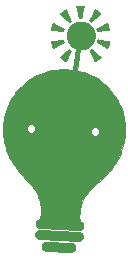
<source format=gtl>
%TF.GenerationSoftware,KiCad,Pcbnew,(6.0.2)*%
%TF.CreationDate,2022-06-12T16:08:13+02:00*%
%TF.ProjectId,robo-rocket,726f626f-2d72-46f6-936b-65742e6b6963,rev?*%
%TF.SameCoordinates,Original*%
%TF.FileFunction,Copper,L1,Top*%
%TF.FilePolarity,Positive*%
%FSLAX46Y46*%
G04 Gerber Fmt 4.6, Leading zero omitted, Abs format (unit mm)*
G04 Created by KiCad (PCBNEW (6.0.2)) date 2022-06-12 16:08:13*
%MOMM*%
%LPD*%
G01*
G04 APERTURE LIST*
%TA.AperFunction,NonConductor*%
%ADD10C,0.010000*%
%TD*%
G04 APERTURE END LIST*
D10*
X81540878Y-50670375D02*
X81607422Y-50737564D01*
X81607422Y-50737564D02*
X81678074Y-50807797D01*
X81678074Y-50807797D02*
X81751514Y-50879332D01*
X81751514Y-50879332D02*
X81835785Y-50960371D01*
X81835785Y-50960371D02*
X81918095Y-51037813D01*
X81918095Y-51037813D02*
X82065400Y-51173019D01*
X82065400Y-51173019D02*
X82210690Y-51302511D01*
X82210690Y-51302511D02*
X82190902Y-51319981D01*
X82190902Y-51319981D02*
X82168049Y-51339848D01*
X82168049Y-51339848D02*
X82138228Y-51365386D01*
X82138228Y-51365386D02*
X82102694Y-51395279D01*
X82102694Y-51395279D02*
X82062700Y-51428215D01*
X82062700Y-51428215D02*
X82019501Y-51462879D01*
X82019501Y-51462879D02*
X81997092Y-51480449D01*
X81997092Y-51480449D02*
X81974352Y-51497959D01*
X81974352Y-51497959D02*
X81799055Y-51614954D01*
X81799055Y-51614954D02*
X81781439Y-51625557D01*
X81781439Y-51625557D02*
X81765428Y-51634888D01*
X81765428Y-51634888D02*
X81751252Y-51642903D01*
X81751252Y-51642903D02*
X81739139Y-51649558D01*
X81739139Y-51649558D02*
X81722020Y-51658616D01*
X81722020Y-51658616D02*
X81715906Y-51661713D01*
X81715906Y-51661713D02*
X81695037Y-51612200D01*
X81695037Y-51612200D02*
X81638896Y-51482332D01*
X81638896Y-51482332D02*
X81600631Y-51396017D01*
X81600631Y-51396017D02*
X81557187Y-51300117D01*
X81557187Y-51300117D02*
X81509776Y-51198131D01*
X81509776Y-51198131D02*
X81459612Y-51093562D01*
X81459612Y-51093562D02*
X81415165Y-51002784D01*
X81415165Y-51002784D02*
X81370937Y-50914793D01*
X81370937Y-50914793D02*
X81328103Y-50831424D01*
X81328103Y-50831424D02*
X81287837Y-50754512D01*
X81287837Y-50754512D02*
X81313264Y-50737992D01*
X81313264Y-50737992D02*
X81338212Y-50720885D01*
X81338212Y-50720885D02*
X81362716Y-50703228D01*
X81362716Y-50703228D02*
X81386808Y-50685058D01*
X81386808Y-50685058D02*
X81410525Y-50666411D01*
X81410525Y-50666411D02*
X81433901Y-50647323D01*
X81433901Y-50647323D02*
X81456969Y-50627832D01*
X81456969Y-50627832D02*
X81479764Y-50607974D01*
X81479764Y-50607974D02*
X81540878Y-50670375D01*
G36*
X81540878Y-50670375D02*
G01*
X81607422Y-50737564D01*
X81678074Y-50807797D01*
X81751514Y-50879332D01*
X81835785Y-50960371D01*
X81918095Y-51037813D01*
X82065400Y-51173019D01*
X82210690Y-51302511D01*
X82190902Y-51319981D01*
X82168049Y-51339848D01*
X82138228Y-51365386D01*
X82102694Y-51395279D01*
X82062700Y-51428215D01*
X82019501Y-51462879D01*
X81997092Y-51480449D01*
X81974352Y-51497959D01*
X81799055Y-51614954D01*
X81781439Y-51625557D01*
X81765428Y-51634888D01*
X81751252Y-51642903D01*
X81739139Y-51649558D01*
X81722020Y-51658616D01*
X81715906Y-51661713D01*
X81695037Y-51612200D01*
X81638896Y-51482332D01*
X81600631Y-51396017D01*
X81557187Y-51300117D01*
X81509776Y-51198131D01*
X81459612Y-51093562D01*
X81415165Y-51002784D01*
X81370937Y-50914793D01*
X81328103Y-50831424D01*
X81287837Y-50754512D01*
X81313264Y-50737992D01*
X81338212Y-50720885D01*
X81362716Y-50703228D01*
X81386808Y-50685058D01*
X81410525Y-50666411D01*
X81433901Y-50647323D01*
X81456969Y-50627832D01*
X81479764Y-50607974D01*
X81540878Y-50670375D01*
G37*
X81540878Y-50670375D02*
X81607422Y-50737564D01*
X81678074Y-50807797D01*
X81751514Y-50879332D01*
X81835785Y-50960371D01*
X81918095Y-51037813D01*
X82065400Y-51173019D01*
X82210690Y-51302511D01*
X82190902Y-51319981D01*
X82168049Y-51339848D01*
X82138228Y-51365386D01*
X82102694Y-51395279D01*
X82062700Y-51428215D01*
X82019501Y-51462879D01*
X81997092Y-51480449D01*
X81974352Y-51497959D01*
X81799055Y-51614954D01*
X81781439Y-51625557D01*
X81765428Y-51634888D01*
X81751252Y-51642903D01*
X81739139Y-51649558D01*
X81722020Y-51658616D01*
X81715906Y-51661713D01*
X81695037Y-51612200D01*
X81638896Y-51482332D01*
X81600631Y-51396017D01*
X81557187Y-51300117D01*
X81509776Y-51198131D01*
X81459612Y-51093562D01*
X81415165Y-51002784D01*
X81370937Y-50914793D01*
X81328103Y-50831424D01*
X81287837Y-50754512D01*
X81313264Y-50737992D01*
X81338212Y-50720885D01*
X81362716Y-50703228D01*
X81386808Y-50685058D01*
X81410525Y-50666411D01*
X81433901Y-50647323D01*
X81456969Y-50627832D01*
X81479764Y-50607974D01*
X81540878Y-50670375D01*
X77665924Y-66921811D02*
X79674993Y-67016894D01*
X79674993Y-67016894D02*
X79697113Y-67018445D01*
X79697113Y-67018445D02*
X79718885Y-67020951D01*
X79718885Y-67020951D02*
X79740285Y-67024389D01*
X79740285Y-67024389D02*
X79761287Y-67028732D01*
X79761287Y-67028732D02*
X79781866Y-67033956D01*
X79781866Y-67033956D02*
X79801997Y-67040035D01*
X79801997Y-67040035D02*
X79821655Y-67046945D01*
X79821655Y-67046945D02*
X79840814Y-67054660D01*
X79840814Y-67054660D02*
X79859448Y-67063155D01*
X79859448Y-67063155D02*
X79877534Y-67072406D01*
X79877534Y-67072406D02*
X79895046Y-67082385D01*
X79895046Y-67082385D02*
X79911958Y-67093070D01*
X79911958Y-67093070D02*
X79928245Y-67104434D01*
X79928245Y-67104434D02*
X79943882Y-67116452D01*
X79943882Y-67116452D02*
X79958844Y-67129100D01*
X79958844Y-67129100D02*
X79973106Y-67142352D01*
X79973106Y-67142352D02*
X79986642Y-67156182D01*
X79986642Y-67156182D02*
X79999427Y-67170567D01*
X79999427Y-67170567D02*
X80011436Y-67185479D01*
X80011436Y-67185479D02*
X80022643Y-67200896D01*
X80022643Y-67200896D02*
X80033025Y-67216791D01*
X80033025Y-67216791D02*
X80042554Y-67233138D01*
X80042554Y-67233138D02*
X80051206Y-67249914D01*
X80051206Y-67249914D02*
X80058957Y-67267093D01*
X80058957Y-67267093D02*
X80065780Y-67284650D01*
X80065780Y-67284650D02*
X80071650Y-67302559D01*
X80071650Y-67302559D02*
X80076542Y-67320795D01*
X80076542Y-67320795D02*
X80080432Y-67339334D01*
X80080432Y-67339334D02*
X80083293Y-67358150D01*
X80083293Y-67358150D02*
X80085100Y-67377218D01*
X80085100Y-67377218D02*
X80085829Y-67396512D01*
X80085829Y-67396512D02*
X80085454Y-67416009D01*
X80085454Y-67416009D02*
X80083971Y-67435632D01*
X80083971Y-67435632D02*
X80081409Y-67454943D01*
X80081409Y-67454943D02*
X80077798Y-67473919D01*
X80077798Y-67473919D02*
X80073163Y-67492537D01*
X80073163Y-67492537D02*
X80067532Y-67510774D01*
X80067532Y-67510774D02*
X80060933Y-67528609D01*
X80060933Y-67528609D02*
X80053392Y-67546018D01*
X80053392Y-67546018D02*
X80044937Y-67562980D01*
X80044937Y-67562980D02*
X80035596Y-67579471D01*
X80035596Y-67579471D02*
X80025395Y-67595468D01*
X80025395Y-67595468D02*
X80014362Y-67610950D01*
X80014362Y-67610950D02*
X80002525Y-67625894D01*
X80002525Y-67625894D02*
X79989909Y-67640277D01*
X79989909Y-67640277D02*
X79976544Y-67654076D01*
X79976544Y-67654076D02*
X79962456Y-67667270D01*
X79962456Y-67667270D02*
X79947672Y-67679834D01*
X79947672Y-67679834D02*
X79932219Y-67691748D01*
X79932219Y-67691748D02*
X79916126Y-67702988D01*
X79916126Y-67702988D02*
X79899419Y-67713532D01*
X79899419Y-67713532D02*
X79882126Y-67723357D01*
X79882126Y-67723357D02*
X79864273Y-67732441D01*
X79864273Y-67732441D02*
X79845889Y-67740760D01*
X79845889Y-67740760D02*
X79827000Y-67748293D01*
X79827000Y-67748293D02*
X79807633Y-67755017D01*
X79807633Y-67755017D02*
X79787817Y-67760909D01*
X79787817Y-67760909D02*
X79767578Y-67765947D01*
X79767578Y-67765947D02*
X79746944Y-67770109D01*
X79746944Y-67770109D02*
X79725942Y-67773371D01*
X79725942Y-67773371D02*
X79704599Y-67775710D01*
X79704599Y-67775710D02*
X79682943Y-67777106D01*
X79682943Y-67777106D02*
X79661000Y-67777534D01*
X79661000Y-67777534D02*
X79638799Y-67776973D01*
X79638799Y-67776973D02*
X77629730Y-67681889D01*
X77629730Y-67681889D02*
X77607692Y-67680337D01*
X77607692Y-67680337D02*
X77585982Y-67677823D01*
X77585982Y-67677823D02*
X77564625Y-67674374D01*
X77564625Y-67674374D02*
X77543650Y-67670015D01*
X77543650Y-67670015D02*
X77523081Y-67664770D01*
X77523081Y-67664770D02*
X77502946Y-67658666D01*
X77502946Y-67658666D02*
X77483270Y-67651726D01*
X77483270Y-67651726D02*
X77464081Y-67643977D01*
X77464081Y-67643977D02*
X77445404Y-67635443D01*
X77445404Y-67635443D02*
X77427265Y-67626149D01*
X77427265Y-67626149D02*
X77409692Y-67616121D01*
X77409692Y-67616121D02*
X77392711Y-67605384D01*
X77392711Y-67605384D02*
X77376347Y-67593962D01*
X77376347Y-67593962D02*
X77360627Y-67581882D01*
X77360627Y-67581882D02*
X77345578Y-67569168D01*
X77345578Y-67569168D02*
X77331226Y-67555845D01*
X77331226Y-67555845D02*
X77317598Y-67541939D01*
X77317598Y-67541939D02*
X77304719Y-67527475D01*
X77304719Y-67527475D02*
X77292616Y-67512477D01*
X77292616Y-67512477D02*
X77281316Y-67496971D01*
X77281316Y-67496971D02*
X77270844Y-67480983D01*
X77270844Y-67480983D02*
X77261228Y-67464536D01*
X77261228Y-67464536D02*
X77252493Y-67447657D01*
X77252493Y-67447657D02*
X77244666Y-67430371D01*
X77244666Y-67430371D02*
X77237774Y-67412702D01*
X77237774Y-67412702D02*
X77231842Y-67394676D01*
X77231842Y-67394676D02*
X77226897Y-67376318D01*
X77226897Y-67376318D02*
X77222965Y-67357653D01*
X77222965Y-67357653D02*
X77220073Y-67338707D01*
X77220073Y-67338707D02*
X77218247Y-67319504D01*
X77218247Y-67319504D02*
X77217514Y-67300069D01*
X77217514Y-67300069D02*
X77217900Y-67280429D01*
X77217900Y-67280429D02*
X77219391Y-67260984D01*
X77219391Y-67260984D02*
X77221975Y-67241843D01*
X77221975Y-67241843D02*
X77225622Y-67223028D01*
X77225622Y-67223028D02*
X77230306Y-67204563D01*
X77230306Y-67204563D02*
X77235996Y-67186469D01*
X77235996Y-67186469D02*
X77242665Y-67168770D01*
X77242665Y-67168770D02*
X77250283Y-67151489D01*
X77250283Y-67151489D02*
X77258823Y-67134649D01*
X77258823Y-67134649D02*
X77268255Y-67118271D01*
X77268255Y-67118271D02*
X77278552Y-67102379D01*
X77278552Y-67102379D02*
X77289684Y-67086996D01*
X77289684Y-67086996D02*
X77301623Y-67072145D01*
X77301623Y-67072145D02*
X77314341Y-67057847D01*
X77314341Y-67057847D02*
X77327809Y-67044127D01*
X77327809Y-67044127D02*
X77341998Y-67031007D01*
X77341998Y-67031007D02*
X77356880Y-67018509D01*
X77356880Y-67018509D02*
X77372426Y-67006657D01*
X77372426Y-67006657D02*
X77388609Y-66995473D01*
X77388609Y-66995473D02*
X77405398Y-66984979D01*
X77405398Y-66984979D02*
X77422766Y-66975200D01*
X77422766Y-66975200D02*
X77440684Y-66966157D01*
X77440684Y-66966157D02*
X77459124Y-66957873D01*
X77459124Y-66957873D02*
X77478056Y-66950372D01*
X77478056Y-66950372D02*
X77497453Y-66943675D01*
X77497453Y-66943675D02*
X77517286Y-66937806D01*
X77517286Y-66937806D02*
X77537527Y-66932788D01*
X77537527Y-66932788D02*
X77558146Y-66928642D01*
X77558146Y-66928642D02*
X77579115Y-66925393D01*
X77579115Y-66925393D02*
X77600406Y-66923062D01*
X77600406Y-66923062D02*
X77621991Y-66921673D01*
X77621991Y-66921673D02*
X77643840Y-66921248D01*
X77643840Y-66921248D02*
X77665924Y-66921811D01*
G36*
X77665924Y-66921811D02*
G01*
X79674993Y-67016894D01*
X79697113Y-67018445D01*
X79718885Y-67020951D01*
X79740285Y-67024389D01*
X79761287Y-67028732D01*
X79781866Y-67033956D01*
X79801997Y-67040035D01*
X79821655Y-67046945D01*
X79840814Y-67054660D01*
X79859448Y-67063155D01*
X79877534Y-67072406D01*
X79895046Y-67082385D01*
X79911958Y-67093070D01*
X79928245Y-67104434D01*
X79943882Y-67116452D01*
X79958844Y-67129100D01*
X79973106Y-67142352D01*
X79986642Y-67156182D01*
X79999427Y-67170567D01*
X80011436Y-67185479D01*
X80022643Y-67200896D01*
X80033025Y-67216791D01*
X80042554Y-67233138D01*
X80051206Y-67249914D01*
X80058957Y-67267093D01*
X80065780Y-67284650D01*
X80071650Y-67302559D01*
X80076542Y-67320795D01*
X80080432Y-67339334D01*
X80083293Y-67358150D01*
X80085100Y-67377218D01*
X80085829Y-67396512D01*
X80085454Y-67416009D01*
X80083971Y-67435632D01*
X80081409Y-67454943D01*
X80077798Y-67473919D01*
X80073163Y-67492537D01*
X80067532Y-67510774D01*
X80060933Y-67528609D01*
X80053392Y-67546018D01*
X80044937Y-67562980D01*
X80035596Y-67579471D01*
X80025395Y-67595468D01*
X80014362Y-67610950D01*
X80002525Y-67625894D01*
X79989909Y-67640277D01*
X79976544Y-67654076D01*
X79962456Y-67667270D01*
X79947672Y-67679834D01*
X79932219Y-67691748D01*
X79916126Y-67702988D01*
X79899419Y-67713532D01*
X79882126Y-67723357D01*
X79864273Y-67732441D01*
X79845889Y-67740760D01*
X79827000Y-67748293D01*
X79807633Y-67755017D01*
X79787817Y-67760909D01*
X79767578Y-67765947D01*
X79746944Y-67770109D01*
X79725942Y-67773371D01*
X79704599Y-67775710D01*
X79682943Y-67777106D01*
X79661000Y-67777534D01*
X79638799Y-67776973D01*
X77629730Y-67681889D01*
X77607692Y-67680337D01*
X77585982Y-67677823D01*
X77564625Y-67674374D01*
X77543650Y-67670015D01*
X77523081Y-67664770D01*
X77502946Y-67658666D01*
X77483270Y-67651726D01*
X77464081Y-67643977D01*
X77445404Y-67635443D01*
X77427265Y-67626149D01*
X77409692Y-67616121D01*
X77392711Y-67605384D01*
X77376347Y-67593962D01*
X77360627Y-67581882D01*
X77345578Y-67569168D01*
X77331226Y-67555845D01*
X77317598Y-67541939D01*
X77304719Y-67527475D01*
X77292616Y-67512477D01*
X77281316Y-67496971D01*
X77270844Y-67480983D01*
X77261228Y-67464536D01*
X77252493Y-67447657D01*
X77244666Y-67430371D01*
X77237774Y-67412702D01*
X77231842Y-67394676D01*
X77226897Y-67376318D01*
X77222965Y-67357653D01*
X77220073Y-67338707D01*
X77218247Y-67319504D01*
X77217514Y-67300069D01*
X77217900Y-67280429D01*
X77219391Y-67260984D01*
X77221975Y-67241843D01*
X77225622Y-67223028D01*
X77230306Y-67204563D01*
X77235996Y-67186469D01*
X77242665Y-67168770D01*
X77250283Y-67151489D01*
X77258823Y-67134649D01*
X77268255Y-67118271D01*
X77278552Y-67102379D01*
X77289684Y-67086996D01*
X77301623Y-67072145D01*
X77314341Y-67057847D01*
X77327809Y-67044127D01*
X77341998Y-67031007D01*
X77356880Y-67018509D01*
X77372426Y-67006657D01*
X77388609Y-66995473D01*
X77405398Y-66984979D01*
X77422766Y-66975200D01*
X77440684Y-66966157D01*
X77459124Y-66957873D01*
X77478056Y-66950372D01*
X77497453Y-66943675D01*
X77517286Y-66937806D01*
X77537527Y-66932788D01*
X77558146Y-66928642D01*
X77579115Y-66925393D01*
X77600406Y-66923062D01*
X77621991Y-66921673D01*
X77643840Y-66921248D01*
X77665924Y-66921811D01*
G37*
X77665924Y-66921811D02*
X79674993Y-67016894D01*
X79697113Y-67018445D01*
X79718885Y-67020951D01*
X79740285Y-67024389D01*
X79761287Y-67028732D01*
X79781866Y-67033956D01*
X79801997Y-67040035D01*
X79821655Y-67046945D01*
X79840814Y-67054660D01*
X79859448Y-67063155D01*
X79877534Y-67072406D01*
X79895046Y-67082385D01*
X79911958Y-67093070D01*
X79928245Y-67104434D01*
X79943882Y-67116452D01*
X79958844Y-67129100D01*
X79973106Y-67142352D01*
X79986642Y-67156182D01*
X79999427Y-67170567D01*
X80011436Y-67185479D01*
X80022643Y-67200896D01*
X80033025Y-67216791D01*
X80042554Y-67233138D01*
X80051206Y-67249914D01*
X80058957Y-67267093D01*
X80065780Y-67284650D01*
X80071650Y-67302559D01*
X80076542Y-67320795D01*
X80080432Y-67339334D01*
X80083293Y-67358150D01*
X80085100Y-67377218D01*
X80085829Y-67396512D01*
X80085454Y-67416009D01*
X80083971Y-67435632D01*
X80081409Y-67454943D01*
X80077798Y-67473919D01*
X80073163Y-67492537D01*
X80067532Y-67510774D01*
X80060933Y-67528609D01*
X80053392Y-67546018D01*
X80044937Y-67562980D01*
X80035596Y-67579471D01*
X80025395Y-67595468D01*
X80014362Y-67610950D01*
X80002525Y-67625894D01*
X79989909Y-67640277D01*
X79976544Y-67654076D01*
X79962456Y-67667270D01*
X79947672Y-67679834D01*
X79932219Y-67691748D01*
X79916126Y-67702988D01*
X79899419Y-67713532D01*
X79882126Y-67723357D01*
X79864273Y-67732441D01*
X79845889Y-67740760D01*
X79827000Y-67748293D01*
X79807633Y-67755017D01*
X79787817Y-67760909D01*
X79767578Y-67765947D01*
X79746944Y-67770109D01*
X79725942Y-67773371D01*
X79704599Y-67775710D01*
X79682943Y-67777106D01*
X79661000Y-67777534D01*
X79638799Y-67776973D01*
X77629730Y-67681889D01*
X77607692Y-67680337D01*
X77585982Y-67677823D01*
X77564625Y-67674374D01*
X77543650Y-67670015D01*
X77523081Y-67664770D01*
X77502946Y-67658666D01*
X77483270Y-67651726D01*
X77464081Y-67643977D01*
X77445404Y-67635443D01*
X77427265Y-67626149D01*
X77409692Y-67616121D01*
X77392711Y-67605384D01*
X77376347Y-67593962D01*
X77360627Y-67581882D01*
X77345578Y-67569168D01*
X77331226Y-67555845D01*
X77317598Y-67541939D01*
X77304719Y-67527475D01*
X77292616Y-67512477D01*
X77281316Y-67496971D01*
X77270844Y-67480983D01*
X77261228Y-67464536D01*
X77252493Y-67447657D01*
X77244666Y-67430371D01*
X77237774Y-67412702D01*
X77231842Y-67394676D01*
X77226897Y-67376318D01*
X77222965Y-67357653D01*
X77220073Y-67338707D01*
X77218247Y-67319504D01*
X77217514Y-67300069D01*
X77217900Y-67280429D01*
X77219391Y-67260984D01*
X77221975Y-67241843D01*
X77225622Y-67223028D01*
X77230306Y-67204563D01*
X77235996Y-67186469D01*
X77242665Y-67168770D01*
X77250283Y-67151489D01*
X77258823Y-67134649D01*
X77268255Y-67118271D01*
X77278552Y-67102379D01*
X77289684Y-67086996D01*
X77301623Y-67072145D01*
X77314341Y-67057847D01*
X77327809Y-67044127D01*
X77341998Y-67031007D01*
X77356880Y-67018509D01*
X77372426Y-67006657D01*
X77388609Y-66995473D01*
X77405398Y-66984979D01*
X77422766Y-66975200D01*
X77440684Y-66966157D01*
X77459124Y-66957873D01*
X77478056Y-66950372D01*
X77497453Y-66943675D01*
X77517286Y-66937806D01*
X77537527Y-66932788D01*
X77558146Y-66928642D01*
X77579115Y-66925393D01*
X77600406Y-66923062D01*
X77621991Y-66921673D01*
X77643840Y-66921248D01*
X77665924Y-66921811D01*
X79526101Y-50637248D02*
X79549270Y-50656567D01*
X79549270Y-50656567D02*
X79572764Y-50675469D01*
X79572764Y-50675469D02*
X79596618Y-50693920D01*
X79596618Y-50693920D02*
X79620867Y-50711884D01*
X79620867Y-50711884D02*
X79645545Y-50729329D01*
X79645545Y-50729329D02*
X79670685Y-50746218D01*
X79670685Y-50746218D02*
X79696324Y-50762518D01*
X79696324Y-50762518D02*
X79656174Y-50839445D01*
X79656174Y-50839445D02*
X79613419Y-50922628D01*
X79613419Y-50922628D02*
X79569271Y-51010322D01*
X79569271Y-51010322D02*
X79524940Y-51100786D01*
X79524940Y-51100786D02*
X79474473Y-51205344D01*
X79474473Y-51205344D02*
X79426629Y-51307178D01*
X79426629Y-51307178D02*
X79343871Y-51488846D01*
X79343871Y-51488846D02*
X79265516Y-51667371D01*
X79265516Y-51667371D02*
X79181584Y-51621199D01*
X79181584Y-51621199D02*
X79006287Y-51504596D01*
X79006287Y-51504596D02*
X78960952Y-51469847D01*
X78960952Y-51469847D02*
X78917630Y-51435448D01*
X78917630Y-51435448D02*
X78877563Y-51402717D01*
X78877563Y-51402717D02*
X78841995Y-51372976D01*
X78841995Y-51372976D02*
X78789324Y-51327746D01*
X78789324Y-51327746D02*
X78769558Y-51310321D01*
X78769558Y-51310321D02*
X78810004Y-51275292D01*
X78810004Y-51275292D02*
X78915875Y-51181807D01*
X78915875Y-51181807D02*
X78986094Y-51118584D01*
X78986094Y-51118584D02*
X79063969Y-51047274D01*
X79063969Y-51047274D02*
X79146598Y-50970054D01*
X79146598Y-50970054D02*
X79231083Y-50889099D01*
X79231083Y-50889099D02*
X79304831Y-50817671D01*
X79304831Y-50817671D02*
X79375590Y-50747453D01*
X79375590Y-50747453D02*
X79442130Y-50680170D01*
X79442130Y-50680170D02*
X79503223Y-50617545D01*
X79503223Y-50617545D02*
X79526101Y-50637248D01*
G36*
X79526101Y-50637248D02*
G01*
X79549270Y-50656567D01*
X79572764Y-50675469D01*
X79596618Y-50693920D01*
X79620867Y-50711884D01*
X79645545Y-50729329D01*
X79670685Y-50746218D01*
X79696324Y-50762518D01*
X79656174Y-50839445D01*
X79613419Y-50922628D01*
X79569271Y-51010322D01*
X79524940Y-51100786D01*
X79474473Y-51205344D01*
X79426629Y-51307178D01*
X79343871Y-51488846D01*
X79265516Y-51667371D01*
X79181584Y-51621199D01*
X79006287Y-51504596D01*
X78960952Y-51469847D01*
X78917630Y-51435448D01*
X78877563Y-51402717D01*
X78841995Y-51372976D01*
X78789324Y-51327746D01*
X78769558Y-51310321D01*
X78810004Y-51275292D01*
X78915875Y-51181807D01*
X78986094Y-51118584D01*
X79063969Y-51047274D01*
X79146598Y-50970054D01*
X79231083Y-50889099D01*
X79304831Y-50817671D01*
X79375590Y-50747453D01*
X79442130Y-50680170D01*
X79503223Y-50617545D01*
X79526101Y-50637248D01*
G37*
X79526101Y-50637248D02*
X79549270Y-50656567D01*
X79572764Y-50675469D01*
X79596618Y-50693920D01*
X79620867Y-50711884D01*
X79645545Y-50729329D01*
X79670685Y-50746218D01*
X79696324Y-50762518D01*
X79656174Y-50839445D01*
X79613419Y-50922628D01*
X79569271Y-51010322D01*
X79524940Y-51100786D01*
X79474473Y-51205344D01*
X79426629Y-51307178D01*
X79343871Y-51488846D01*
X79265516Y-51667371D01*
X79181584Y-51621199D01*
X79006287Y-51504596D01*
X78960952Y-51469847D01*
X78917630Y-51435448D01*
X78877563Y-51402717D01*
X78841995Y-51372976D01*
X78789324Y-51327746D01*
X78769558Y-51310321D01*
X78810004Y-51275292D01*
X78915875Y-51181807D01*
X78986094Y-51118584D01*
X79063969Y-51047274D01*
X79146598Y-50970054D01*
X79231083Y-50889099D01*
X79304831Y-50817671D01*
X79375590Y-50747453D01*
X79442130Y-50680170D01*
X79503223Y-50617545D01*
X79526101Y-50637248D01*
X78240000Y-48425887D02*
X78362418Y-48498006D01*
X78362418Y-48498006D02*
X78444576Y-48545387D01*
X78444576Y-48545387D02*
X78536633Y-48597491D01*
X78536633Y-48597491D02*
X78635542Y-48652199D01*
X78635542Y-48652199D02*
X78738251Y-48707394D01*
X78738251Y-48707394D02*
X78835348Y-48758851D01*
X78835348Y-48758851D02*
X78930006Y-48807539D01*
X78930006Y-48807539D02*
X79019565Y-48852522D01*
X79019565Y-48852522D02*
X79101366Y-48892864D01*
X79101366Y-48892864D02*
X79090403Y-48919773D01*
X79090403Y-48919773D02*
X79080203Y-48947055D01*
X79080203Y-48947055D02*
X79070686Y-48974662D01*
X79070686Y-48974662D02*
X79061772Y-49002547D01*
X79061772Y-49002547D02*
X79053381Y-49030661D01*
X79053381Y-49030661D02*
X79045433Y-49058957D01*
X79045433Y-49058957D02*
X79037847Y-49087385D01*
X79037847Y-49087385D02*
X79030542Y-49115898D01*
X79030542Y-49115898D02*
X78841599Y-49084375D01*
X78841599Y-49084375D02*
X78736434Y-49067944D01*
X78736434Y-49067944D02*
X78627711Y-49052119D01*
X78627711Y-49052119D02*
X78512537Y-49036128D01*
X78512537Y-49036128D02*
X78400728Y-49021846D01*
X78400728Y-49021846D02*
X78201990Y-48998928D01*
X78201990Y-48998928D02*
X78007520Y-48979339D01*
X78007520Y-48979339D02*
X78012368Y-48953419D01*
X78012368Y-48953419D02*
X78018394Y-48923802D01*
X78018394Y-48923802D02*
X78026791Y-48885552D01*
X78026791Y-48885552D02*
X78037535Y-48840525D01*
X78037535Y-48840525D02*
X78043781Y-48816050D01*
X78043781Y-48816050D02*
X78050604Y-48790576D01*
X78050604Y-48790576D02*
X78058004Y-48764335D01*
X78058004Y-48764335D02*
X78065976Y-48737559D01*
X78065976Y-48737559D02*
X78074517Y-48710480D01*
X78074517Y-48710480D02*
X78083625Y-48683330D01*
X78083625Y-48683330D02*
X78100828Y-48628888D01*
X78100828Y-48628888D02*
X78119159Y-48576774D01*
X78119159Y-48576774D02*
X78137564Y-48528507D01*
X78137564Y-48528507D02*
X78154987Y-48485607D01*
X78154987Y-48485607D02*
X78182670Y-48421989D01*
X78182670Y-48421989D02*
X78193773Y-48398081D01*
X78193773Y-48398081D02*
X78240000Y-48425887D01*
G36*
X78240000Y-48425887D02*
G01*
X78362418Y-48498006D01*
X78444576Y-48545387D01*
X78536633Y-48597491D01*
X78635542Y-48652199D01*
X78738251Y-48707394D01*
X78835348Y-48758851D01*
X78930006Y-48807539D01*
X79019565Y-48852522D01*
X79101366Y-48892864D01*
X79090403Y-48919773D01*
X79080203Y-48947055D01*
X79070686Y-48974662D01*
X79061772Y-49002547D01*
X79053381Y-49030661D01*
X79045433Y-49058957D01*
X79037847Y-49087385D01*
X79030542Y-49115898D01*
X78841599Y-49084375D01*
X78736434Y-49067944D01*
X78627711Y-49052119D01*
X78512537Y-49036128D01*
X78400728Y-49021846D01*
X78201990Y-48998928D01*
X78007520Y-48979339D01*
X78012368Y-48953419D01*
X78018394Y-48923802D01*
X78026791Y-48885552D01*
X78037535Y-48840525D01*
X78043781Y-48816050D01*
X78050604Y-48790576D01*
X78058004Y-48764335D01*
X78065976Y-48737559D01*
X78074517Y-48710480D01*
X78083625Y-48683330D01*
X78100828Y-48628888D01*
X78119159Y-48576774D01*
X78137564Y-48528507D01*
X78154987Y-48485607D01*
X78182670Y-48421989D01*
X78193773Y-48398081D01*
X78240000Y-48425887D01*
G37*
X78240000Y-48425887D02*
X78362418Y-48498006D01*
X78444576Y-48545387D01*
X78536633Y-48597491D01*
X78635542Y-48652199D01*
X78738251Y-48707394D01*
X78835348Y-48758851D01*
X78930006Y-48807539D01*
X79019565Y-48852522D01*
X79101366Y-48892864D01*
X79090403Y-48919773D01*
X79080203Y-48947055D01*
X79070686Y-48974662D01*
X79061772Y-49002547D01*
X79053381Y-49030661D01*
X79045433Y-49058957D01*
X79037847Y-49087385D01*
X79030542Y-49115898D01*
X78841599Y-49084375D01*
X78736434Y-49067944D01*
X78627711Y-49052119D01*
X78512537Y-49036128D01*
X78400728Y-49021846D01*
X78201990Y-48998928D01*
X78007520Y-48979339D01*
X78012368Y-48953419D01*
X78018394Y-48923802D01*
X78026791Y-48885552D01*
X78037535Y-48840525D01*
X78043781Y-48816050D01*
X78050604Y-48790576D01*
X78058004Y-48764335D01*
X78065976Y-48737559D01*
X78074517Y-48710480D01*
X78083625Y-48683330D01*
X78100828Y-48628888D01*
X78119159Y-48576774D01*
X78137564Y-48528507D01*
X78154987Y-48485607D01*
X78182670Y-48421989D01*
X78193773Y-48398081D01*
X78240000Y-48425887D01*
X82043973Y-49817347D02*
X82139230Y-49832855D01*
X82139230Y-49832855D02*
X82240026Y-49848473D01*
X82240026Y-49848473D02*
X82343996Y-49863596D01*
X82343996Y-49863596D02*
X82570979Y-49893899D01*
X82570979Y-49893899D02*
X82769717Y-49916885D01*
X82769717Y-49916885D02*
X82964187Y-49936571D01*
X82964187Y-49936571D02*
X82959339Y-49962463D01*
X82959339Y-49962463D02*
X82953313Y-49992057D01*
X82953313Y-49992057D02*
X82944916Y-50030285D01*
X82944916Y-50030285D02*
X82934172Y-50075299D01*
X82934172Y-50075299D02*
X82927927Y-50099773D01*
X82927927Y-50099773D02*
X82921103Y-50125251D01*
X82921103Y-50125251D02*
X82913704Y-50151502D01*
X82913704Y-50151502D02*
X82905732Y-50178295D01*
X82905732Y-50178295D02*
X82897190Y-50205398D01*
X82897190Y-50205398D02*
X82888082Y-50232580D01*
X82888082Y-50232580D02*
X82870823Y-50286957D01*
X82870823Y-50286957D02*
X82852465Y-50339023D01*
X82852465Y-50339023D02*
X82834058Y-50387255D01*
X82834058Y-50387255D02*
X82816647Y-50430132D01*
X82816647Y-50430132D02*
X82789010Y-50493728D01*
X82789010Y-50493728D02*
X82777935Y-50517634D01*
X82777935Y-50517634D02*
X82731708Y-50489825D01*
X82731708Y-50489825D02*
X82609289Y-50417684D01*
X82609289Y-50417684D02*
X82527131Y-50370280D01*
X82527131Y-50370280D02*
X82435074Y-50318141D01*
X82435074Y-50318141D02*
X82336166Y-50263384D01*
X82336166Y-50263384D02*
X82233456Y-50208125D01*
X82233456Y-50208125D02*
X82141461Y-50159553D01*
X82141461Y-50159553D02*
X82051557Y-50113311D01*
X82051557Y-50113311D02*
X81965981Y-50070260D01*
X81965981Y-50070260D02*
X81886971Y-50031263D01*
X81886971Y-50031263D02*
X81897587Y-50003429D01*
X81897587Y-50003429D02*
X81907703Y-49975388D01*
X81907703Y-49975388D02*
X81917297Y-49947137D01*
X81917297Y-49947137D02*
X81926345Y-49918670D01*
X81926345Y-49918670D02*
X81934824Y-49889983D01*
X81934824Y-49889983D02*
X81942711Y-49861071D01*
X81942711Y-49861071D02*
X81949985Y-49831930D01*
X81949985Y-49831930D02*
X81956620Y-49802555D01*
X81956620Y-49802555D02*
X82043973Y-49817347D01*
G36*
X82043973Y-49817347D02*
G01*
X82139230Y-49832855D01*
X82240026Y-49848473D01*
X82343996Y-49863596D01*
X82570979Y-49893899D01*
X82769717Y-49916885D01*
X82964187Y-49936571D01*
X82959339Y-49962463D01*
X82953313Y-49992057D01*
X82944916Y-50030285D01*
X82934172Y-50075299D01*
X82927927Y-50099773D01*
X82921103Y-50125251D01*
X82913704Y-50151502D01*
X82905732Y-50178295D01*
X82897190Y-50205398D01*
X82888082Y-50232580D01*
X82870823Y-50286957D01*
X82852465Y-50339023D01*
X82834058Y-50387255D01*
X82816647Y-50430132D01*
X82789010Y-50493728D01*
X82777935Y-50517634D01*
X82731708Y-50489825D01*
X82609289Y-50417684D01*
X82527131Y-50370280D01*
X82435074Y-50318141D01*
X82336166Y-50263384D01*
X82233456Y-50208125D01*
X82141461Y-50159553D01*
X82051557Y-50113311D01*
X81965981Y-50070260D01*
X81886971Y-50031263D01*
X81897587Y-50003429D01*
X81907703Y-49975388D01*
X81917297Y-49947137D01*
X81926345Y-49918670D01*
X81934824Y-49889983D01*
X81942711Y-49861071D01*
X81949985Y-49831930D01*
X81956620Y-49802555D01*
X82043973Y-49817347D01*
G37*
X82043973Y-49817347D02*
X82139230Y-49832855D01*
X82240026Y-49848473D01*
X82343996Y-49863596D01*
X82570979Y-49893899D01*
X82769717Y-49916885D01*
X82964187Y-49936571D01*
X82959339Y-49962463D01*
X82953313Y-49992057D01*
X82944916Y-50030285D01*
X82934172Y-50075299D01*
X82927927Y-50099773D01*
X82921103Y-50125251D01*
X82913704Y-50151502D01*
X82905732Y-50178295D01*
X82897190Y-50205398D01*
X82888082Y-50232580D01*
X82870823Y-50286957D01*
X82852465Y-50339023D01*
X82834058Y-50387255D01*
X82816647Y-50430132D01*
X82789010Y-50493728D01*
X82777935Y-50517634D01*
X82731708Y-50489825D01*
X82609289Y-50417684D01*
X82527131Y-50370280D01*
X82435074Y-50318141D01*
X82336166Y-50263384D01*
X82233456Y-50208125D01*
X82141461Y-50159553D01*
X82051557Y-50113311D01*
X81965981Y-50070260D01*
X81886971Y-50031263D01*
X81897587Y-50003429D01*
X81907703Y-49975388D01*
X81917297Y-49947137D01*
X81926345Y-49918670D01*
X81934824Y-49889983D01*
X81942711Y-49861071D01*
X81949985Y-49831930D01*
X81956620Y-49802555D01*
X82043973Y-49817347D01*
X77128292Y-65947614D02*
X80303399Y-66098065D01*
X80303399Y-66098065D02*
X80325507Y-66099596D01*
X80325507Y-66099596D02*
X80347283Y-66102081D01*
X80347283Y-66102081D02*
X80368699Y-66105495D01*
X80368699Y-66105495D02*
X80389730Y-66109815D01*
X80389730Y-66109815D02*
X80410349Y-66115014D01*
X80410349Y-66115014D02*
X80430530Y-66121069D01*
X80430530Y-66121069D02*
X80450248Y-66127955D01*
X80450248Y-66127955D02*
X80469476Y-66135646D01*
X80469476Y-66135646D02*
X80488188Y-66144119D01*
X80488188Y-66144119D02*
X80506358Y-66153349D01*
X80506358Y-66153349D02*
X80523960Y-66163310D01*
X80523960Y-66163310D02*
X80540968Y-66173978D01*
X80540968Y-66173978D02*
X80557356Y-66185329D01*
X80557356Y-66185329D02*
X80573098Y-66197337D01*
X80573098Y-66197337D02*
X80588167Y-66209978D01*
X80588167Y-66209978D02*
X80602538Y-66223227D01*
X80602538Y-66223227D02*
X80616185Y-66237060D01*
X80616185Y-66237060D02*
X80629080Y-66251452D01*
X80629080Y-66251452D02*
X80641200Y-66266378D01*
X80641200Y-66266378D02*
X80652516Y-66281813D01*
X80652516Y-66281813D02*
X80663004Y-66297732D01*
X80663004Y-66297732D02*
X80672636Y-66314112D01*
X80672636Y-66314112D02*
X80681388Y-66330926D01*
X80681388Y-66330926D02*
X80689233Y-66348152D01*
X80689233Y-66348152D02*
X80696145Y-66365763D01*
X80696145Y-66365763D02*
X80702097Y-66383735D01*
X80702097Y-66383735D02*
X80707064Y-66402043D01*
X80707064Y-66402043D02*
X80711020Y-66420663D01*
X80711020Y-66420663D02*
X80713938Y-66439569D01*
X80713938Y-66439569D02*
X80715793Y-66458738D01*
X80715793Y-66458738D02*
X80716558Y-66478144D01*
X80716558Y-66478144D02*
X80716208Y-66497763D01*
X80716208Y-66497763D02*
X80714717Y-66517173D01*
X80714717Y-66517173D02*
X80712134Y-66536280D01*
X80712134Y-66536280D02*
X80708489Y-66555064D01*
X80708489Y-66555064D02*
X80703808Y-66573500D01*
X80703808Y-66573500D02*
X80698121Y-66591566D01*
X80698121Y-66591566D02*
X80691455Y-66609240D01*
X80691455Y-66609240D02*
X80683840Y-66626498D01*
X80683840Y-66626498D02*
X80675302Y-66643317D01*
X80675302Y-66643317D02*
X80665872Y-66659675D01*
X80665872Y-66659675D02*
X80655576Y-66675548D01*
X80655576Y-66675548D02*
X80644444Y-66690915D01*
X80644444Y-66690915D02*
X80632504Y-66705751D01*
X80632504Y-66705751D02*
X80619784Y-66720035D01*
X80619784Y-66720035D02*
X80606312Y-66733743D01*
X80606312Y-66733743D02*
X80592117Y-66746853D01*
X80592117Y-66746853D02*
X80577227Y-66759341D01*
X80577227Y-66759341D02*
X80561670Y-66771184D01*
X80561670Y-66771184D02*
X80545475Y-66782361D01*
X80545475Y-66782361D02*
X80528670Y-66792848D01*
X80528670Y-66792848D02*
X80511283Y-66802622D01*
X80511283Y-66802622D02*
X80493344Y-66811660D01*
X80493344Y-66811660D02*
X80474879Y-66819939D01*
X80474879Y-66819939D02*
X80455918Y-66827438D01*
X80455918Y-66827438D02*
X80436488Y-66834132D01*
X80436488Y-66834132D02*
X80416619Y-66839999D01*
X80416619Y-66839999D02*
X80396338Y-66845016D01*
X80396338Y-66845016D02*
X80375673Y-66849160D01*
X80375673Y-66849160D02*
X80354654Y-66852408D01*
X80354654Y-66852408D02*
X80333309Y-66854738D01*
X80333309Y-66854738D02*
X80311665Y-66856127D01*
X80311665Y-66856127D02*
X80289751Y-66856551D01*
X80289751Y-66856551D02*
X80267595Y-66855988D01*
X80267595Y-66855988D02*
X77092098Y-66705540D01*
X77092098Y-66705540D02*
X77069919Y-66703989D01*
X77069919Y-66703989D02*
X77048080Y-66701479D01*
X77048080Y-66701479D02*
X77026607Y-66698037D01*
X77026607Y-66698037D02*
X77005526Y-66693687D01*
X77005526Y-66693687D02*
X76984862Y-66688455D01*
X76984862Y-66688455D02*
X76964642Y-66682366D01*
X76964642Y-66682366D02*
X76944891Y-66675445D01*
X76944891Y-66675445D02*
X76925635Y-66667719D01*
X76925635Y-66667719D02*
X76906900Y-66659212D01*
X76906900Y-66659212D02*
X76888712Y-66649950D01*
X76888712Y-66649950D02*
X76871097Y-66639958D01*
X76871097Y-66639958D02*
X76854081Y-66629261D01*
X76854081Y-66629261D02*
X76837688Y-66617885D01*
X76837688Y-66617885D02*
X76821947Y-66605855D01*
X76821947Y-66605855D02*
X76806881Y-66593197D01*
X76806881Y-66593197D02*
X76792518Y-66579936D01*
X76792518Y-66579936D02*
X76778882Y-66566096D01*
X76778882Y-66566096D02*
X76766000Y-66551705D01*
X76766000Y-66551705D02*
X76753898Y-66536786D01*
X76753898Y-66536786D02*
X76742602Y-66521366D01*
X76742602Y-66521366D02*
X76732137Y-66505470D01*
X76732137Y-66505470D02*
X76722529Y-66489122D01*
X76722529Y-66489122D02*
X76713804Y-66472349D01*
X76713804Y-66472349D02*
X76705988Y-66455176D01*
X76705988Y-66455176D02*
X76699107Y-66437628D01*
X76699107Y-66437628D02*
X76693187Y-66419730D01*
X76693187Y-66419730D02*
X76688253Y-66401508D01*
X76688253Y-66401508D02*
X76684332Y-66382988D01*
X76684332Y-66382988D02*
X76681449Y-66364194D01*
X76681449Y-66364194D02*
X76679630Y-66345152D01*
X76679630Y-66345152D02*
X76678902Y-66325888D01*
X76678902Y-66325888D02*
X76679289Y-66306426D01*
X76679289Y-66306426D02*
X76680760Y-66286860D01*
X76680760Y-66286860D02*
X76683321Y-66267612D01*
X76683321Y-66267612D02*
X76686944Y-66248704D01*
X76686944Y-66248704D02*
X76691601Y-66230158D01*
X76691601Y-66230158D02*
X76697263Y-66211996D01*
X76697263Y-66211996D02*
X76703904Y-66194241D01*
X76703904Y-66194241D02*
X76711494Y-66176914D01*
X76711494Y-66176914D02*
X76720007Y-66160037D01*
X76720007Y-66160037D02*
X76729414Y-66143633D01*
X76729414Y-66143633D02*
X76739687Y-66127724D01*
X76739687Y-66127724D02*
X76750798Y-66112332D01*
X76750798Y-66112332D02*
X76762720Y-66097478D01*
X76762720Y-66097478D02*
X76775424Y-66083185D01*
X76775424Y-66083185D02*
X76788883Y-66069476D01*
X76788883Y-66069476D02*
X76803068Y-66056372D01*
X76803068Y-66056372D02*
X76817951Y-66043895D01*
X76817951Y-66043895D02*
X76833506Y-66032067D01*
X76833506Y-66032067D02*
X76849702Y-66020911D01*
X76849702Y-66020911D02*
X76866514Y-66010449D01*
X76866514Y-66010449D02*
X76883912Y-66000702D01*
X76883912Y-66000702D02*
X76901870Y-65991693D01*
X76901870Y-65991693D02*
X76920358Y-65983445D01*
X76920358Y-65983445D02*
X76939349Y-65975978D01*
X76939349Y-65975978D02*
X76958815Y-65969315D01*
X76958815Y-65969315D02*
X76978728Y-65963478D01*
X76978728Y-65963478D02*
X76999061Y-65958490D01*
X76999061Y-65958490D02*
X77019784Y-65954372D01*
X77019784Y-65954372D02*
X77040871Y-65951147D01*
X77040871Y-65951147D02*
X77062293Y-65948836D01*
X77062293Y-65948836D02*
X77084022Y-65947463D01*
X77084022Y-65947463D02*
X77106031Y-65947048D01*
X77106031Y-65947048D02*
X77128292Y-65947614D01*
G36*
X77128292Y-65947614D02*
G01*
X80303399Y-66098065D01*
X80325507Y-66099596D01*
X80347283Y-66102081D01*
X80368699Y-66105495D01*
X80389730Y-66109815D01*
X80410349Y-66115014D01*
X80430530Y-66121069D01*
X80450248Y-66127955D01*
X80469476Y-66135646D01*
X80488188Y-66144119D01*
X80506358Y-66153349D01*
X80523960Y-66163310D01*
X80540968Y-66173978D01*
X80557356Y-66185329D01*
X80573098Y-66197337D01*
X80588167Y-66209978D01*
X80602538Y-66223227D01*
X80616185Y-66237060D01*
X80629080Y-66251452D01*
X80641200Y-66266378D01*
X80652516Y-66281813D01*
X80663004Y-66297732D01*
X80672636Y-66314112D01*
X80681388Y-66330926D01*
X80689233Y-66348152D01*
X80696145Y-66365763D01*
X80702097Y-66383735D01*
X80707064Y-66402043D01*
X80711020Y-66420663D01*
X80713938Y-66439569D01*
X80715793Y-66458738D01*
X80716558Y-66478144D01*
X80716208Y-66497763D01*
X80714717Y-66517173D01*
X80712134Y-66536280D01*
X80708489Y-66555064D01*
X80703808Y-66573500D01*
X80698121Y-66591566D01*
X80691455Y-66609240D01*
X80683840Y-66626498D01*
X80675302Y-66643317D01*
X80665872Y-66659675D01*
X80655576Y-66675548D01*
X80644444Y-66690915D01*
X80632504Y-66705751D01*
X80619784Y-66720035D01*
X80606312Y-66733743D01*
X80592117Y-66746853D01*
X80577227Y-66759341D01*
X80561670Y-66771184D01*
X80545475Y-66782361D01*
X80528670Y-66792848D01*
X80511283Y-66802622D01*
X80493344Y-66811660D01*
X80474879Y-66819939D01*
X80455918Y-66827438D01*
X80436488Y-66834132D01*
X80416619Y-66839999D01*
X80396338Y-66845016D01*
X80375673Y-66849160D01*
X80354654Y-66852408D01*
X80333309Y-66854738D01*
X80311665Y-66856127D01*
X80289751Y-66856551D01*
X80267595Y-66855988D01*
X77092098Y-66705540D01*
X77069919Y-66703989D01*
X77048080Y-66701479D01*
X77026607Y-66698037D01*
X77005526Y-66693687D01*
X76984862Y-66688455D01*
X76964642Y-66682366D01*
X76944891Y-66675445D01*
X76925635Y-66667719D01*
X76906900Y-66659212D01*
X76888712Y-66649950D01*
X76871097Y-66639958D01*
X76854081Y-66629261D01*
X76837688Y-66617885D01*
X76821947Y-66605855D01*
X76806881Y-66593197D01*
X76792518Y-66579936D01*
X76778882Y-66566096D01*
X76766000Y-66551705D01*
X76753898Y-66536786D01*
X76742602Y-66521366D01*
X76732137Y-66505470D01*
X76722529Y-66489122D01*
X76713804Y-66472349D01*
X76705988Y-66455176D01*
X76699107Y-66437628D01*
X76693187Y-66419730D01*
X76688253Y-66401508D01*
X76684332Y-66382988D01*
X76681449Y-66364194D01*
X76679630Y-66345152D01*
X76678902Y-66325888D01*
X76679289Y-66306426D01*
X76680760Y-66286860D01*
X76683321Y-66267612D01*
X76686944Y-66248704D01*
X76691601Y-66230158D01*
X76697263Y-66211996D01*
X76703904Y-66194241D01*
X76711494Y-66176914D01*
X76720007Y-66160037D01*
X76729414Y-66143633D01*
X76739687Y-66127724D01*
X76750798Y-66112332D01*
X76762720Y-66097478D01*
X76775424Y-66083185D01*
X76788883Y-66069476D01*
X76803068Y-66056372D01*
X76817951Y-66043895D01*
X76833506Y-66032067D01*
X76849702Y-66020911D01*
X76866514Y-66010449D01*
X76883912Y-66000702D01*
X76901870Y-65991693D01*
X76920358Y-65983445D01*
X76939349Y-65975978D01*
X76958815Y-65969315D01*
X76978728Y-65963478D01*
X76999061Y-65958490D01*
X77019784Y-65954372D01*
X77040871Y-65951147D01*
X77062293Y-65948836D01*
X77084022Y-65947463D01*
X77106031Y-65947048D01*
X77128292Y-65947614D01*
G37*
X77128292Y-65947614D02*
X80303399Y-66098065D01*
X80325507Y-66099596D01*
X80347283Y-66102081D01*
X80368699Y-66105495D01*
X80389730Y-66109815D01*
X80410349Y-66115014D01*
X80430530Y-66121069D01*
X80450248Y-66127955D01*
X80469476Y-66135646D01*
X80488188Y-66144119D01*
X80506358Y-66153349D01*
X80523960Y-66163310D01*
X80540968Y-66173978D01*
X80557356Y-66185329D01*
X80573098Y-66197337D01*
X80588167Y-66209978D01*
X80602538Y-66223227D01*
X80616185Y-66237060D01*
X80629080Y-66251452D01*
X80641200Y-66266378D01*
X80652516Y-66281813D01*
X80663004Y-66297732D01*
X80672636Y-66314112D01*
X80681388Y-66330926D01*
X80689233Y-66348152D01*
X80696145Y-66365763D01*
X80702097Y-66383735D01*
X80707064Y-66402043D01*
X80711020Y-66420663D01*
X80713938Y-66439569D01*
X80715793Y-66458738D01*
X80716558Y-66478144D01*
X80716208Y-66497763D01*
X80714717Y-66517173D01*
X80712134Y-66536280D01*
X80708489Y-66555064D01*
X80703808Y-66573500D01*
X80698121Y-66591566D01*
X80691455Y-66609240D01*
X80683840Y-66626498D01*
X80675302Y-66643317D01*
X80665872Y-66659675D01*
X80655576Y-66675548D01*
X80644444Y-66690915D01*
X80632504Y-66705751D01*
X80619784Y-66720035D01*
X80606312Y-66733743D01*
X80592117Y-66746853D01*
X80577227Y-66759341D01*
X80561670Y-66771184D01*
X80545475Y-66782361D01*
X80528670Y-66792848D01*
X80511283Y-66802622D01*
X80493344Y-66811660D01*
X80474879Y-66819939D01*
X80455918Y-66827438D01*
X80436488Y-66834132D01*
X80416619Y-66839999D01*
X80396338Y-66845016D01*
X80375673Y-66849160D01*
X80354654Y-66852408D01*
X80333309Y-66854738D01*
X80311665Y-66856127D01*
X80289751Y-66856551D01*
X80267595Y-66855988D01*
X77092098Y-66705540D01*
X77069919Y-66703989D01*
X77048080Y-66701479D01*
X77026607Y-66698037D01*
X77005526Y-66693687D01*
X76984862Y-66688455D01*
X76964642Y-66682366D01*
X76944891Y-66675445D01*
X76925635Y-66667719D01*
X76906900Y-66659212D01*
X76888712Y-66649950D01*
X76871097Y-66639958D01*
X76854081Y-66629261D01*
X76837688Y-66617885D01*
X76821947Y-66605855D01*
X76806881Y-66593197D01*
X76792518Y-66579936D01*
X76778882Y-66566096D01*
X76766000Y-66551705D01*
X76753898Y-66536786D01*
X76742602Y-66521366D01*
X76732137Y-66505470D01*
X76722529Y-66489122D01*
X76713804Y-66472349D01*
X76705988Y-66455176D01*
X76699107Y-66437628D01*
X76693187Y-66419730D01*
X76688253Y-66401508D01*
X76684332Y-66382988D01*
X76681449Y-66364194D01*
X76679630Y-66345152D01*
X76678902Y-66325888D01*
X76679289Y-66306426D01*
X76680760Y-66286860D01*
X76683321Y-66267612D01*
X76686944Y-66248704D01*
X76691601Y-66230158D01*
X76697263Y-66211996D01*
X76703904Y-66194241D01*
X76711494Y-66176914D01*
X76720007Y-66160037D01*
X76729414Y-66143633D01*
X76739687Y-66127724D01*
X76750798Y-66112332D01*
X76762720Y-66097478D01*
X76775424Y-66083185D01*
X76788883Y-66069476D01*
X76803068Y-66056372D01*
X76817951Y-66043895D01*
X76833506Y-66032067D01*
X76849702Y-66020911D01*
X76866514Y-66010449D01*
X76883912Y-66000702D01*
X76901870Y-65991693D01*
X76920358Y-65983445D01*
X76939349Y-65975978D01*
X76958815Y-65969315D01*
X76978728Y-65963478D01*
X76999061Y-65958490D01*
X77019784Y-65954372D01*
X77040871Y-65951147D01*
X77062293Y-65948836D01*
X77084022Y-65947463D01*
X77106031Y-65947048D01*
X77128292Y-65947614D01*
X80586442Y-48284686D02*
X80643978Y-48288341D01*
X80643978Y-48288341D02*
X80701030Y-48294784D01*
X80701030Y-48294784D02*
X80757504Y-48303968D01*
X80757504Y-48303968D02*
X80813308Y-48315844D01*
X80813308Y-48315844D02*
X80868347Y-48330365D01*
X80868347Y-48330365D02*
X80922528Y-48347483D01*
X80922528Y-48347483D02*
X80975758Y-48367151D01*
X80975758Y-48367151D02*
X81027943Y-48389320D01*
X81027943Y-48389320D02*
X81078990Y-48413943D01*
X81078990Y-48413943D02*
X81128805Y-48440972D01*
X81128805Y-48440972D02*
X81177295Y-48470359D01*
X81177295Y-48470359D02*
X81224366Y-48502057D01*
X81224366Y-48502057D02*
X81269925Y-48536018D01*
X81269925Y-48536018D02*
X81313879Y-48572193D01*
X81313879Y-48572193D02*
X81356134Y-48610536D01*
X81356134Y-48610536D02*
X81396596Y-48650998D01*
X81396596Y-48650998D02*
X81435172Y-48693532D01*
X81435172Y-48693532D02*
X81471769Y-48738090D01*
X81471769Y-48738090D02*
X81506293Y-48784624D01*
X81506293Y-48784624D02*
X81538651Y-48833087D01*
X81538651Y-48833087D02*
X81568750Y-48883430D01*
X81568750Y-48883430D02*
X81596495Y-48935605D01*
X81596495Y-48935605D02*
X81621793Y-48989566D01*
X81621793Y-48989566D02*
X81644552Y-49045265D01*
X81644552Y-49045265D02*
X81664677Y-49102652D01*
X81664677Y-49102652D02*
X81681900Y-49161007D01*
X81681900Y-49161007D02*
X81695998Y-49219526D01*
X81695998Y-49219526D02*
X81707018Y-49278116D01*
X81707018Y-49278116D02*
X81715008Y-49336684D01*
X81715008Y-49336684D02*
X81720017Y-49395137D01*
X81720017Y-49395137D02*
X81722092Y-49453382D01*
X81722092Y-49453382D02*
X81721280Y-49511325D01*
X81721280Y-49511325D02*
X81717631Y-49568874D01*
X81717631Y-49568874D02*
X81711192Y-49625935D01*
X81711192Y-49625935D02*
X81702010Y-49682416D01*
X81702010Y-49682416D02*
X81690134Y-49738222D01*
X81690134Y-49738222D02*
X81675611Y-49793262D01*
X81675611Y-49793262D02*
X81658491Y-49847442D01*
X81658491Y-49847442D02*
X81638819Y-49900669D01*
X81638819Y-49900669D02*
X81616645Y-49952849D01*
X81616645Y-49952849D02*
X81592016Y-50003890D01*
X81592016Y-50003890D02*
X81564980Y-50053699D01*
X81564980Y-50053699D02*
X81535586Y-50102182D01*
X81535586Y-50102182D02*
X81503880Y-50149246D01*
X81503880Y-50149246D02*
X81469911Y-50194799D01*
X81469911Y-50194799D02*
X81433727Y-50238746D01*
X81433727Y-50238746D02*
X81395376Y-50280996D01*
X81395376Y-50280996D02*
X81354906Y-50321454D01*
X81354906Y-50321454D02*
X81312364Y-50360028D01*
X81312364Y-50360028D02*
X81267798Y-50396625D01*
X81267798Y-50396625D02*
X81221257Y-50431151D01*
X81221257Y-50431151D02*
X81172789Y-50463514D01*
X81172789Y-50463514D02*
X81122440Y-50493620D01*
X81122440Y-50493620D02*
X81070260Y-50521376D01*
X81070260Y-50521376D02*
X81016295Y-50546689D01*
X81016295Y-50546689D02*
X80960595Y-50569466D01*
X80960595Y-50569466D02*
X80903206Y-50589613D01*
X80903206Y-50589613D02*
X80875297Y-50598231D01*
X80875297Y-50598231D02*
X80847336Y-50606128D01*
X80847336Y-50606128D02*
X80819334Y-50613309D01*
X80819334Y-50613309D02*
X80791301Y-50619780D01*
X80791301Y-50619780D02*
X80763248Y-50625545D01*
X80763248Y-50625545D02*
X80735185Y-50630611D01*
X80735185Y-50630611D02*
X80707123Y-50634980D01*
X80707123Y-50634980D02*
X80679072Y-50638660D01*
X80679072Y-50638660D02*
X80651043Y-50641655D01*
X80651043Y-50641655D02*
X80623046Y-50643969D01*
X80623046Y-50643969D02*
X80595092Y-50645608D01*
X80595092Y-50645608D02*
X80567191Y-50646577D01*
X80567191Y-50646577D02*
X80539354Y-50646881D01*
X80539354Y-50646881D02*
X80511590Y-50646525D01*
X80511590Y-50646525D02*
X80483911Y-50645514D01*
X80483911Y-50645514D02*
X80456327Y-50643853D01*
X80456327Y-50643853D02*
X80225609Y-52433759D01*
X80225609Y-52433759D02*
X80423155Y-52476246D01*
X80423155Y-52476246D02*
X80617219Y-52526111D01*
X80617219Y-52526111D02*
X80807790Y-52583350D01*
X80807790Y-52583350D02*
X80994852Y-52647956D01*
X80994852Y-52647956D02*
X81178392Y-52719922D01*
X81178392Y-52719922D02*
X81358396Y-52799243D01*
X81358396Y-52799243D02*
X81534849Y-52885913D01*
X81534849Y-52885913D02*
X81707739Y-52979924D01*
X81707739Y-52979924D02*
X81877050Y-53081272D01*
X81877050Y-53081272D02*
X82042769Y-53189950D01*
X82042769Y-53189950D02*
X82204883Y-53305951D01*
X82204883Y-53305951D02*
X82363376Y-53429269D01*
X82363376Y-53429269D02*
X82518236Y-53559899D01*
X82518236Y-53559899D02*
X82669447Y-53697834D01*
X82669447Y-53697834D02*
X82816997Y-53843068D01*
X82816997Y-53843068D02*
X82960871Y-53995595D01*
X82960871Y-53995595D02*
X83131485Y-54193314D01*
X83131485Y-54193314D02*
X83290393Y-54395257D01*
X83290393Y-54395257D02*
X83437581Y-54601432D01*
X83437581Y-54601432D02*
X83573034Y-54811846D01*
X83573034Y-54811846D02*
X83696736Y-55026506D01*
X83696736Y-55026506D02*
X83808670Y-55245420D01*
X83808670Y-55245420D02*
X83908823Y-55468594D01*
X83908823Y-55468594D02*
X83997178Y-55696037D01*
X83997178Y-55696037D02*
X84073719Y-55927756D01*
X84073719Y-55927756D02*
X84138432Y-56163758D01*
X84138432Y-56163758D02*
X84191301Y-56404051D01*
X84191301Y-56404051D02*
X84232310Y-56648641D01*
X84232310Y-56648641D02*
X84261443Y-56897537D01*
X84261443Y-56897537D02*
X84278686Y-57150745D01*
X84278686Y-57150745D02*
X84284022Y-57408272D01*
X84284022Y-57408272D02*
X84277437Y-57670128D01*
X84277437Y-57670128D02*
X84268816Y-57813305D01*
X84268816Y-57813305D02*
X84256689Y-57955277D01*
X84256689Y-57955277D02*
X84241119Y-58096003D01*
X84241119Y-58096003D02*
X84222173Y-58235442D01*
X84222173Y-58235442D02*
X84199916Y-58373554D01*
X84199916Y-58373554D02*
X84174412Y-58510298D01*
X84174412Y-58510298D02*
X84145727Y-58645635D01*
X84145727Y-58645635D02*
X84113926Y-58779524D01*
X84113926Y-58779524D02*
X84050876Y-58995805D01*
X84050876Y-58995805D02*
X83981398Y-59206136D01*
X83981398Y-59206136D02*
X83905515Y-59410569D01*
X83905515Y-59410569D02*
X83823248Y-59609158D01*
X83823248Y-59609158D02*
X83734618Y-59801955D01*
X83734618Y-59801955D02*
X83639647Y-59989013D01*
X83639647Y-59989013D02*
X83538358Y-60170385D01*
X83538358Y-60170385D02*
X83430771Y-60346124D01*
X83430771Y-60346124D02*
X83371983Y-60434855D01*
X83371983Y-60434855D02*
X83305663Y-60527622D01*
X83305663Y-60527622D02*
X83231823Y-60624436D01*
X83231823Y-60624436D02*
X83150478Y-60725308D01*
X83150478Y-60725308D02*
X83061643Y-60830250D01*
X83061643Y-60830250D02*
X82965330Y-60939273D01*
X82965330Y-60939273D02*
X82861554Y-61052387D01*
X82861554Y-61052387D02*
X82750329Y-61169605D01*
X82750329Y-61169605D02*
X82631669Y-61290937D01*
X82631669Y-61290937D02*
X82505588Y-61416395D01*
X82505588Y-61416395D02*
X82231217Y-61679734D01*
X82231217Y-61679734D02*
X81927328Y-61959710D01*
X81927328Y-61959710D02*
X81594033Y-62256415D01*
X81594033Y-62256415D02*
X81437957Y-62399371D01*
X81437957Y-62399371D02*
X81293072Y-62546745D01*
X81293072Y-62546745D02*
X81159363Y-62698522D01*
X81159363Y-62698522D02*
X81036817Y-62854686D01*
X81036817Y-62854686D02*
X80925420Y-63015222D01*
X80925420Y-63015222D02*
X80825156Y-63180115D01*
X80825156Y-63180115D02*
X80736011Y-63349348D01*
X80736011Y-63349348D02*
X80657971Y-63522907D01*
X80657971Y-63522907D02*
X80591023Y-63700776D01*
X80591023Y-63700776D02*
X80535151Y-63882939D01*
X80535151Y-63882939D02*
X80490340Y-64069381D01*
X80490340Y-64069381D02*
X80456578Y-64260086D01*
X80456578Y-64260086D02*
X80433849Y-64455039D01*
X80433849Y-64455039D02*
X80422139Y-64654224D01*
X80422139Y-64654224D02*
X80421434Y-64857627D01*
X80421434Y-64857627D02*
X80431719Y-65065230D01*
X80431719Y-65065230D02*
X77099292Y-64907275D01*
X77099292Y-64907275D02*
X77129093Y-64701616D01*
X77129093Y-64701616D02*
X77147543Y-64499085D01*
X77147543Y-64499085D02*
X77154628Y-64299699D01*
X77154628Y-64299699D02*
X77150332Y-64103474D01*
X77150332Y-64103474D02*
X77134643Y-63910426D01*
X77134643Y-63910426D02*
X77107543Y-63720570D01*
X77107543Y-63720570D02*
X77069020Y-63533922D01*
X77069020Y-63533922D02*
X77019058Y-63350498D01*
X77019058Y-63350498D02*
X76957642Y-63170315D01*
X76957642Y-63170315D02*
X76884758Y-62993388D01*
X76884758Y-62993388D02*
X76800391Y-62819732D01*
X76800391Y-62819732D02*
X76704526Y-62649364D01*
X76704526Y-62649364D02*
X76597148Y-62482300D01*
X76597148Y-62482300D02*
X76478244Y-62318556D01*
X76478244Y-62318556D02*
X76347798Y-62158147D01*
X76347798Y-62158147D02*
X76205795Y-62001089D01*
X76205795Y-62001089D02*
X75903150Y-61672782D01*
X75903150Y-61672782D02*
X75629408Y-61361786D01*
X75629408Y-61361786D02*
X75384254Y-61068742D01*
X75384254Y-61068742D02*
X75167372Y-60794292D01*
X75167372Y-60794292D02*
X74978444Y-60539078D01*
X74978444Y-60539078D02*
X74817154Y-60303742D01*
X74817154Y-60303742D02*
X74683187Y-60088926D01*
X74683187Y-60088926D02*
X74626350Y-59989413D01*
X74626350Y-59989413D02*
X74576226Y-59895271D01*
X74576226Y-59895271D02*
X74485229Y-59711287D01*
X74485229Y-59711287D02*
X74399662Y-59524532D01*
X74399662Y-59524532D02*
X74319967Y-59334217D01*
X74319967Y-59334217D02*
X74246588Y-59139556D01*
X74246588Y-59139556D02*
X74212406Y-59040348D01*
X74212406Y-59040348D02*
X74179968Y-58939759D01*
X74179968Y-58939759D02*
X74149332Y-58837690D01*
X74149332Y-58837690D02*
X74120551Y-58734041D01*
X74120551Y-58734041D02*
X74093682Y-58628715D01*
X74093682Y-58628715D02*
X74068780Y-58521613D01*
X74068780Y-58521613D02*
X74045901Y-58412636D01*
X74045901Y-58412636D02*
X74025099Y-58301687D01*
X74025099Y-58301687D02*
X74006595Y-58165444D01*
X74006595Y-58165444D02*
X73991220Y-58028017D01*
X73991220Y-58028017D02*
X73979051Y-57889461D01*
X73979051Y-57889461D02*
X73970165Y-57749832D01*
X73970165Y-57749832D02*
X73964640Y-57609187D01*
X73964640Y-57609187D02*
X73962554Y-57467580D01*
X73962554Y-57467580D02*
X73963803Y-57343086D01*
X73963803Y-57343086D02*
X75936082Y-57343086D01*
X75936082Y-57343086D02*
X75936633Y-57362178D01*
X75936633Y-57362178D02*
X75938132Y-57381038D01*
X75938132Y-57381038D02*
X75940557Y-57399640D01*
X75940557Y-57399640D02*
X75943887Y-57417960D01*
X75943887Y-57417960D02*
X75948097Y-57435973D01*
X75948097Y-57435973D02*
X75953167Y-57453656D01*
X75953167Y-57453656D02*
X75959072Y-57470983D01*
X75959072Y-57470983D02*
X75965792Y-57487930D01*
X75965792Y-57487930D02*
X75973304Y-57504472D01*
X75973304Y-57504472D02*
X75981585Y-57520585D01*
X75981585Y-57520585D02*
X75990612Y-57536244D01*
X75990612Y-57536244D02*
X76000364Y-57551424D01*
X76000364Y-57551424D02*
X76010818Y-57566101D01*
X76010818Y-57566101D02*
X76021951Y-57580251D01*
X76021951Y-57580251D02*
X76033741Y-57593848D01*
X76033741Y-57593848D02*
X76046166Y-57606868D01*
X76046166Y-57606868D02*
X76059204Y-57619287D01*
X76059204Y-57619287D02*
X76072831Y-57631080D01*
X76072831Y-57631080D02*
X76087025Y-57642221D01*
X76087025Y-57642221D02*
X76101764Y-57652688D01*
X76101764Y-57652688D02*
X76117026Y-57662455D01*
X76117026Y-57662455D02*
X76132788Y-57671498D01*
X76132788Y-57671498D02*
X76149028Y-57679791D01*
X76149028Y-57679791D02*
X76165723Y-57687311D01*
X76165723Y-57687311D02*
X76182851Y-57694032D01*
X76182851Y-57694032D02*
X76200389Y-57699931D01*
X76200389Y-57699931D02*
X76218315Y-57704983D01*
X76218315Y-57704983D02*
X76236607Y-57709162D01*
X76236607Y-57709162D02*
X76255242Y-57712445D01*
X76255242Y-57712445D02*
X76274198Y-57714807D01*
X76274198Y-57714807D02*
X76293452Y-57716223D01*
X76293452Y-57716223D02*
X76312772Y-57716643D01*
X76312772Y-57716643D02*
X76331881Y-57716092D01*
X76331881Y-57716092D02*
X76350756Y-57714593D01*
X76350756Y-57714593D02*
X76369370Y-57712167D01*
X76369370Y-57712167D02*
X76387701Y-57708838D01*
X76387701Y-57708838D02*
X76405723Y-57704627D01*
X76405723Y-57704627D02*
X76423411Y-57699558D01*
X76423411Y-57699558D02*
X76440742Y-57693652D01*
X76440742Y-57693652D02*
X76457691Y-57686932D01*
X76457691Y-57686932D02*
X76474233Y-57679421D01*
X76474233Y-57679421D02*
X76490343Y-57671140D01*
X76490343Y-57671140D02*
X76505998Y-57662113D01*
X76505998Y-57662113D02*
X76521173Y-57652361D01*
X76521173Y-57652361D02*
X76535843Y-57641907D01*
X76535843Y-57641907D02*
X76549983Y-57630774D01*
X76549983Y-57630774D02*
X76563570Y-57618984D01*
X76563570Y-57618984D02*
X76576579Y-57606559D01*
X76576579Y-57606559D02*
X76582820Y-57600000D01*
X76582820Y-57600000D02*
X81359940Y-57600000D01*
X81359940Y-57600000D02*
X81360471Y-57619095D01*
X81360471Y-57619095D02*
X81361952Y-57637956D01*
X81361952Y-57637956D02*
X81364361Y-57656558D01*
X81364361Y-57656558D02*
X81367675Y-57674878D01*
X81367675Y-57674878D02*
X81371872Y-57692891D01*
X81371872Y-57692891D02*
X81376929Y-57710572D01*
X81376929Y-57710572D02*
X81382823Y-57727897D01*
X81382823Y-57727897D02*
X81389533Y-57744841D01*
X81389533Y-57744841D02*
X81397036Y-57761380D01*
X81397036Y-57761380D02*
X81405309Y-57777490D01*
X81405309Y-57777490D02*
X81414330Y-57793146D01*
X81414330Y-57793146D02*
X81424076Y-57808323D01*
X81424076Y-57808323D02*
X81434525Y-57822997D01*
X81434525Y-57822997D02*
X81445655Y-57837144D01*
X81445655Y-57837144D02*
X81457443Y-57850738D01*
X81457443Y-57850738D02*
X81469866Y-57863757D01*
X81469866Y-57863757D02*
X81482902Y-57876174D01*
X81482902Y-57876174D02*
X81496528Y-57887967D01*
X81496528Y-57887967D02*
X81510723Y-57899109D01*
X81510723Y-57899109D02*
X81525464Y-57909578D01*
X81525464Y-57909578D02*
X81540727Y-57919347D01*
X81540727Y-57919347D02*
X81556491Y-57928394D01*
X81556491Y-57928394D02*
X81572734Y-57936693D01*
X81572734Y-57936693D02*
X81589432Y-57944219D01*
X81589432Y-57944219D02*
X81606563Y-57950950D01*
X81606563Y-57950950D02*
X81624105Y-57956859D01*
X81624105Y-57956859D02*
X81642036Y-57961922D01*
X81642036Y-57961922D02*
X81660332Y-57966116D01*
X81660332Y-57966116D02*
X81678971Y-57969415D01*
X81678971Y-57969415D02*
X81697932Y-57971795D01*
X81697932Y-57971795D02*
X81717191Y-57973232D01*
X81717191Y-57973232D02*
X81736496Y-57973653D01*
X81736496Y-57973653D02*
X81755595Y-57973102D01*
X81755595Y-57973102D02*
X81774462Y-57971602D01*
X81774462Y-57971602D02*
X81793072Y-57969176D01*
X81793072Y-57969176D02*
X81811401Y-57965845D01*
X81811401Y-57965845D02*
X81829425Y-57961633D01*
X81829425Y-57961633D02*
X81847117Y-57956561D01*
X81847117Y-57956561D02*
X81864454Y-57950653D01*
X81864454Y-57950653D02*
X81881411Y-57943930D01*
X81881411Y-57943930D02*
X81897962Y-57936414D01*
X81897962Y-57936414D02*
X81914084Y-57928129D01*
X81914084Y-57928129D02*
X81929751Y-57919096D01*
X81929751Y-57919096D02*
X81944939Y-57909339D01*
X81944939Y-57909339D02*
X81959623Y-57898879D01*
X81959623Y-57898879D02*
X81973778Y-57887738D01*
X81973778Y-57887738D02*
X81987379Y-57875939D01*
X81987379Y-57875939D02*
X82000402Y-57863505D01*
X82000402Y-57863505D02*
X82012822Y-57850458D01*
X82012822Y-57850458D02*
X82024614Y-57836821D01*
X82024614Y-57836821D02*
X82035753Y-57822614D01*
X82035753Y-57822614D02*
X82046214Y-57807862D01*
X82046214Y-57807862D02*
X82055974Y-57792587D01*
X82055974Y-57792587D02*
X82065006Y-57776810D01*
X82065006Y-57776810D02*
X82073287Y-57760554D01*
X82073287Y-57760554D02*
X82080791Y-57743842D01*
X82080791Y-57743842D02*
X82087494Y-57726696D01*
X82087494Y-57726696D02*
X82093370Y-57709138D01*
X82093370Y-57709138D02*
X82098396Y-57691191D01*
X82098396Y-57691191D02*
X82102547Y-57672878D01*
X82102547Y-57672878D02*
X82105797Y-57654219D01*
X82105797Y-57654219D02*
X82108122Y-57635239D01*
X82108122Y-57635239D02*
X82109497Y-57615959D01*
X82109497Y-57615959D02*
X82109938Y-57596675D01*
X82109938Y-57596675D02*
X82109407Y-57577598D01*
X82109407Y-57577598D02*
X82107926Y-57558753D01*
X82107926Y-57558753D02*
X82105517Y-57540164D01*
X82105517Y-57540164D02*
X82102203Y-57521855D01*
X82102203Y-57521855D02*
X82098006Y-57503851D01*
X82098006Y-57503851D02*
X82092949Y-57486178D01*
X82092949Y-57486178D02*
X82087054Y-57468859D01*
X82087054Y-57468859D02*
X82080345Y-57451920D01*
X82080345Y-57451920D02*
X82072842Y-57435384D01*
X82072842Y-57435384D02*
X82064569Y-57419277D01*
X82064569Y-57419277D02*
X82055548Y-57403623D01*
X82055548Y-57403623D02*
X82045801Y-57388447D01*
X82045801Y-57388447D02*
X82035352Y-57373773D01*
X82035352Y-57373773D02*
X82024223Y-57359627D01*
X82024223Y-57359627D02*
X82012435Y-57346032D01*
X82012435Y-57346032D02*
X82000012Y-57333013D01*
X82000012Y-57333013D02*
X81986976Y-57320596D01*
X81986976Y-57320596D02*
X81973349Y-57308804D01*
X81973349Y-57308804D02*
X81959154Y-57297663D01*
X81959154Y-57297663D02*
X81944414Y-57287196D01*
X81944414Y-57287196D02*
X81929150Y-57277429D01*
X81929150Y-57277429D02*
X81913386Y-57268386D01*
X81913386Y-57268386D02*
X81897144Y-57260092D01*
X81897144Y-57260092D02*
X81880446Y-57252571D01*
X81880446Y-57252571D02*
X81863314Y-57245849D01*
X81863314Y-57245849D02*
X81845772Y-57239949D01*
X81845772Y-57239949D02*
X81827842Y-57234897D01*
X81827842Y-57234897D02*
X81809545Y-57230716D01*
X81809545Y-57230716D02*
X81790906Y-57227432D01*
X81790906Y-57227432D02*
X81771945Y-57225070D01*
X81771945Y-57225070D02*
X81752686Y-57223654D01*
X81752686Y-57223654D02*
X81733381Y-57223233D01*
X81733381Y-57223233D02*
X81714285Y-57223784D01*
X81714285Y-57223784D02*
X81695421Y-57225284D01*
X81695421Y-57225284D02*
X81676815Y-57227710D01*
X81676815Y-57227710D02*
X81658490Y-57231040D01*
X81658490Y-57231040D02*
X81640473Y-57235252D01*
X81640473Y-57235252D02*
X81622786Y-57240322D01*
X81622786Y-57240322D02*
X81605456Y-57246230D01*
X81605456Y-57246230D02*
X81588506Y-57252951D01*
X81588506Y-57252951D02*
X81571962Y-57260465D01*
X81571962Y-57260465D02*
X81555847Y-57268748D01*
X81555847Y-57268748D02*
X81540187Y-57277778D01*
X81540187Y-57277778D02*
X81525007Y-57287532D01*
X81525007Y-57287532D02*
X81510329Y-57297989D01*
X81510329Y-57297989D02*
X81496181Y-57309125D01*
X81496181Y-57309125D02*
X81482585Y-57320918D01*
X81482585Y-57320918D02*
X81469568Y-57333346D01*
X81469568Y-57333346D02*
X81457152Y-57346387D01*
X81457152Y-57346387D02*
X81445364Y-57360018D01*
X81445364Y-57360018D02*
X81434227Y-57374216D01*
X81434227Y-57374216D02*
X81423766Y-57388959D01*
X81423766Y-57388959D02*
X81414007Y-57404225D01*
X81414007Y-57404225D02*
X81404973Y-57419991D01*
X81404973Y-57419991D02*
X81396689Y-57436235D01*
X81396689Y-57436235D02*
X81389180Y-57452934D01*
X81389180Y-57452934D02*
X81382470Y-57470066D01*
X81382470Y-57470066D02*
X81376585Y-57487609D01*
X81376585Y-57487609D02*
X81371548Y-57505540D01*
X81371548Y-57505540D02*
X81367385Y-57523837D01*
X81367385Y-57523837D02*
X81364119Y-57542476D01*
X81364119Y-57542476D02*
X81361777Y-57561437D01*
X81361777Y-57561437D02*
X81360381Y-57580696D01*
X81360381Y-57580696D02*
X81359940Y-57600000D01*
X81359940Y-57600000D02*
X76582820Y-57600000D01*
X76582820Y-57600000D02*
X76588985Y-57593521D01*
X76588985Y-57593521D02*
X76600764Y-57579894D01*
X76600764Y-57579894D02*
X76611891Y-57565700D01*
X76611891Y-57565700D02*
X76622341Y-57550961D01*
X76622341Y-57550961D02*
X76632091Y-57535699D01*
X76632091Y-57535699D02*
X76641116Y-57519937D01*
X76641116Y-57519937D02*
X76649391Y-57503697D01*
X76649391Y-57503697D02*
X76656891Y-57487002D01*
X76656891Y-57487002D02*
X76663593Y-57469874D01*
X76663593Y-57469874D02*
X76669471Y-57452336D01*
X76669471Y-57452336D02*
X76674502Y-57434410D01*
X76674502Y-57434410D02*
X76678660Y-57416118D01*
X76678660Y-57416118D02*
X76681921Y-57397483D01*
X76681921Y-57397483D02*
X76684262Y-57378527D01*
X76684262Y-57378527D02*
X76685656Y-57359273D01*
X76685656Y-57359273D02*
X76686077Y-57339974D01*
X76686077Y-57339974D02*
X76685528Y-57320884D01*
X76685528Y-57320884D02*
X76684032Y-57302028D01*
X76684032Y-57302028D02*
X76681611Y-57283430D01*
X76681611Y-57283430D02*
X76678287Y-57265114D01*
X76678287Y-57265114D02*
X76674082Y-57247106D01*
X76674082Y-57247106D02*
X76669020Y-57229430D01*
X76669020Y-57229430D02*
X76663122Y-57212109D01*
X76663122Y-57212109D02*
X76656410Y-57195169D01*
X76656410Y-57195169D02*
X76648908Y-57178634D01*
X76648908Y-57178634D02*
X76640637Y-57162529D01*
X76640637Y-57162529D02*
X76631619Y-57146877D01*
X76631619Y-57146877D02*
X76621878Y-57131704D01*
X76621878Y-57131704D02*
X76611435Y-57117033D01*
X76611435Y-57117033D02*
X76600312Y-57102890D01*
X76600312Y-57102890D02*
X76588533Y-57089299D01*
X76588533Y-57089299D02*
X76576118Y-57076284D01*
X76576118Y-57076284D02*
X76563092Y-57063869D01*
X76563092Y-57063869D02*
X76549475Y-57052080D01*
X76549475Y-57052080D02*
X76535291Y-57040940D01*
X76535291Y-57040940D02*
X76520562Y-57030475D01*
X76520562Y-57030475D02*
X76505310Y-57020708D01*
X76505310Y-57020708D02*
X76489557Y-57011663D01*
X76489557Y-57011663D02*
X76473325Y-57003367D01*
X76473325Y-57003367D02*
X76456638Y-56995842D01*
X76456638Y-56995842D02*
X76439518Y-56989114D01*
X76439518Y-56989114D02*
X76421985Y-56983206D01*
X76421985Y-56983206D02*
X76404065Y-56978144D01*
X76404065Y-56978144D02*
X76385777Y-56973951D01*
X76385777Y-56973951D02*
X76367145Y-56970653D01*
X76367145Y-56970653D02*
X76348191Y-56968273D01*
X76348191Y-56968273D02*
X76328938Y-56966837D01*
X76328938Y-56966837D02*
X76309658Y-56966417D01*
X76309658Y-56966417D02*
X76290582Y-56966967D01*
X76290582Y-56966967D02*
X76271735Y-56968467D01*
X76271735Y-56968467D02*
X76253143Y-56970892D01*
X76253143Y-56970892D02*
X76234828Y-56974221D01*
X76234828Y-56974221D02*
X76216818Y-56978432D01*
X76216818Y-56978432D02*
X76199136Y-56983501D01*
X76199136Y-56983501D02*
X76181807Y-56989407D01*
X76181807Y-56989407D02*
X76164857Y-56996127D01*
X76164857Y-56996127D02*
X76148309Y-57003639D01*
X76148309Y-57003639D02*
X76132189Y-57011919D01*
X76132189Y-57011919D02*
X76116522Y-57020947D01*
X76116522Y-57020947D02*
X76101333Y-57030699D01*
X76101333Y-57030699D02*
X76086645Y-57041153D01*
X76086645Y-57041153D02*
X76072485Y-57052286D01*
X76072485Y-57052286D02*
X76058877Y-57064076D01*
X76058877Y-57064076D02*
X76045846Y-57076501D01*
X76045846Y-57076501D02*
X76033417Y-57089538D01*
X76033417Y-57089538D02*
X76021614Y-57103165D01*
X76021614Y-57103165D02*
X76010463Y-57117360D01*
X76010463Y-57117360D02*
X75999988Y-57132099D01*
X75999988Y-57132099D02*
X75990214Y-57147361D01*
X75990214Y-57147361D02*
X75981166Y-57163123D01*
X75981166Y-57163123D02*
X75972869Y-57179363D01*
X75972869Y-57179363D02*
X75965347Y-57196058D01*
X75965347Y-57196058D02*
X75958626Y-57213186D01*
X75958626Y-57213186D02*
X75952731Y-57230724D01*
X75952731Y-57230724D02*
X75947685Y-57248650D01*
X75947685Y-57248650D02*
X75943515Y-57266942D01*
X75943515Y-57266942D02*
X75940244Y-57285577D01*
X75940244Y-57285577D02*
X75937898Y-57304533D01*
X75937898Y-57304533D02*
X75936502Y-57323787D01*
X75936502Y-57323787D02*
X75936082Y-57343086D01*
X75936082Y-57343086D02*
X73963803Y-57343086D01*
X73963803Y-57343086D02*
X73963984Y-57325068D01*
X73963984Y-57325068D02*
X73969008Y-57181705D01*
X73969008Y-57181705D02*
X73987202Y-56920452D01*
X73987202Y-56920452D02*
X74016869Y-56664627D01*
X74016869Y-56664627D02*
X74057992Y-56414224D01*
X74057992Y-56414224D02*
X74110551Y-56169232D01*
X74110551Y-56169232D02*
X74174531Y-55929643D01*
X74174531Y-55929643D02*
X74249911Y-55695447D01*
X74249911Y-55695447D02*
X74336676Y-55466637D01*
X74336676Y-55466637D02*
X74434807Y-55243203D01*
X74434807Y-55243203D02*
X74544285Y-55025136D01*
X74544285Y-55025136D02*
X74665094Y-54812427D01*
X74665094Y-54812427D02*
X74797216Y-54605067D01*
X74797216Y-54605067D02*
X74940632Y-54403048D01*
X74940632Y-54403048D02*
X75095325Y-54206360D01*
X75095325Y-54206360D02*
X75261277Y-54014994D01*
X75261277Y-54014994D02*
X75438470Y-53828943D01*
X75438470Y-53828943D02*
X75626887Y-53648196D01*
X75626887Y-53648196D02*
X75823379Y-53477513D01*
X75823379Y-53477513D02*
X76024401Y-53318589D01*
X76024401Y-53318589D02*
X76229928Y-53171433D01*
X76229928Y-53171433D02*
X76439939Y-53036053D01*
X76439939Y-53036053D02*
X76654409Y-52912456D01*
X76654409Y-52912456D02*
X76873317Y-52800651D01*
X76873317Y-52800651D02*
X77096640Y-52700646D01*
X77096640Y-52700646D02*
X77324354Y-52612450D01*
X77324354Y-52612450D02*
X77556437Y-52536070D01*
X77556437Y-52536070D02*
X77792865Y-52471514D01*
X77792865Y-52471514D02*
X78033617Y-52418791D01*
X78033617Y-52418791D02*
X78278668Y-52377909D01*
X78278668Y-52377909D02*
X78527997Y-52348875D01*
X78527997Y-52348875D02*
X78781581Y-52331699D01*
X78781581Y-52331699D02*
X79039395Y-52326388D01*
X79039395Y-52326388D02*
X79301419Y-52332950D01*
X79301419Y-52332950D02*
X79425509Y-52338772D01*
X79425509Y-52338772D02*
X79541889Y-52345465D01*
X79541889Y-52345465D02*
X79657251Y-52354417D01*
X79657251Y-52354417D02*
X79771571Y-52365600D01*
X79771571Y-52365600D02*
X79884825Y-52378990D01*
X79884825Y-52378990D02*
X80118189Y-50568446D01*
X80118189Y-50568446D02*
X80058454Y-50543703D01*
X80058454Y-50543703D02*
X80000191Y-50515757D01*
X80000191Y-50515757D02*
X79943538Y-50484679D01*
X79943538Y-50484679D02*
X79888634Y-50450541D01*
X79888634Y-50450541D02*
X79835616Y-50413414D01*
X79835616Y-50413414D02*
X79784623Y-50373369D01*
X79784623Y-50373369D02*
X79735794Y-50330478D01*
X79735794Y-50330478D02*
X79689266Y-50284812D01*
X79689266Y-50284812D02*
X79645179Y-50236442D01*
X79645179Y-50236442D02*
X79603670Y-50185440D01*
X79603670Y-50185440D02*
X79564878Y-50131877D01*
X79564878Y-50131877D02*
X79528941Y-50075824D01*
X79528941Y-50075824D02*
X79495998Y-50017352D01*
X79495998Y-50017352D02*
X79466187Y-49956534D01*
X79466187Y-49956534D02*
X79439646Y-49893440D01*
X79439646Y-49893440D02*
X79416514Y-49828141D01*
X79416514Y-49828141D02*
X79399291Y-49769787D01*
X79399291Y-49769787D02*
X79385193Y-49711268D01*
X79385193Y-49711268D02*
X79374173Y-49652678D01*
X79374173Y-49652678D02*
X79366182Y-49594110D01*
X79366182Y-49594110D02*
X79361174Y-49535658D01*
X79361174Y-49535658D02*
X79359099Y-49477413D01*
X79359099Y-49477413D02*
X79359910Y-49419470D01*
X79359910Y-49419470D02*
X79363560Y-49361921D01*
X79363560Y-49361921D02*
X79369999Y-49304860D01*
X79369999Y-49304860D02*
X79379181Y-49248380D01*
X79379181Y-49248380D02*
X79391057Y-49192573D01*
X79391057Y-49192573D02*
X79405579Y-49137533D01*
X79405579Y-49137533D02*
X79422700Y-49083353D01*
X79422700Y-49083353D02*
X79442372Y-49030127D01*
X79442372Y-49030127D02*
X79464546Y-48977946D01*
X79464546Y-48977946D02*
X79489175Y-48926905D01*
X79489175Y-48926905D02*
X79516210Y-48877097D01*
X79516210Y-48877097D02*
X79545605Y-48828614D01*
X79545605Y-48828614D02*
X79577311Y-48781549D01*
X79577311Y-48781549D02*
X79611279Y-48735997D01*
X79611279Y-48735997D02*
X79647463Y-48692049D01*
X79647463Y-48692049D02*
X79685814Y-48649800D01*
X79685814Y-48649800D02*
X79726285Y-48609342D01*
X79726285Y-48609342D02*
X79768827Y-48570768D01*
X79768827Y-48570768D02*
X79813392Y-48534171D01*
X79813392Y-48534171D02*
X79859933Y-48499645D01*
X79859933Y-48499645D02*
X79908402Y-48467283D01*
X79908402Y-48467283D02*
X79958751Y-48437177D01*
X79958751Y-48437177D02*
X80010931Y-48409421D01*
X80010931Y-48409421D02*
X80064895Y-48384108D01*
X80064895Y-48384108D02*
X80120596Y-48361332D01*
X80120596Y-48361332D02*
X80177984Y-48341184D01*
X80177984Y-48341184D02*
X80236292Y-48323984D01*
X80236292Y-48323984D02*
X80294770Y-48309907D01*
X80294770Y-48309907D02*
X80353325Y-48298904D01*
X80353325Y-48298904D02*
X80411863Y-48290928D01*
X80411863Y-48290928D02*
X80470291Y-48285932D01*
X80470291Y-48285932D02*
X80528515Y-48283867D01*
X80528515Y-48283867D02*
X80586442Y-48284686D01*
G36*
X73969008Y-57181705D02*
G01*
X73987202Y-56920452D01*
X74016869Y-56664627D01*
X74057992Y-56414224D01*
X74110551Y-56169232D01*
X74174531Y-55929643D01*
X74249911Y-55695447D01*
X74336676Y-55466637D01*
X74434807Y-55243203D01*
X74544285Y-55025136D01*
X74665094Y-54812427D01*
X74797216Y-54605067D01*
X74940632Y-54403048D01*
X75095325Y-54206360D01*
X75261277Y-54014994D01*
X75438470Y-53828943D01*
X75626887Y-53648196D01*
X75823379Y-53477513D01*
X76024401Y-53318589D01*
X76229928Y-53171433D01*
X76439939Y-53036053D01*
X76654409Y-52912456D01*
X76873317Y-52800651D01*
X77096640Y-52700646D01*
X77324354Y-52612450D01*
X77556437Y-52536070D01*
X77792865Y-52471514D01*
X78033617Y-52418791D01*
X78278668Y-52377909D01*
X78527997Y-52348875D01*
X78781581Y-52331699D01*
X79039395Y-52326388D01*
X79301419Y-52332950D01*
X79425509Y-52338772D01*
X79541889Y-52345465D01*
X79657251Y-52354417D01*
X79771571Y-52365600D01*
X79884825Y-52378990D01*
X80118189Y-50568446D01*
X80058454Y-50543703D01*
X80000191Y-50515757D01*
X79943538Y-50484679D01*
X79888634Y-50450541D01*
X79835616Y-50413414D01*
X79784623Y-50373369D01*
X79735794Y-50330478D01*
X79689266Y-50284812D01*
X79645179Y-50236442D01*
X79603670Y-50185440D01*
X79564878Y-50131877D01*
X79528941Y-50075824D01*
X79495998Y-50017352D01*
X79466187Y-49956534D01*
X79439646Y-49893440D01*
X79416514Y-49828141D01*
X79399291Y-49769787D01*
X79385193Y-49711268D01*
X79374173Y-49652678D01*
X79366182Y-49594110D01*
X79361174Y-49535658D01*
X79359099Y-49477413D01*
X79359910Y-49419470D01*
X79363560Y-49361921D01*
X79369999Y-49304860D01*
X79379181Y-49248380D01*
X79391057Y-49192573D01*
X79405579Y-49137533D01*
X79422700Y-49083353D01*
X79442372Y-49030127D01*
X79464546Y-48977946D01*
X79489175Y-48926905D01*
X79516210Y-48877097D01*
X79545605Y-48828614D01*
X79577311Y-48781549D01*
X79611279Y-48735997D01*
X79647463Y-48692049D01*
X79685814Y-48649800D01*
X79726285Y-48609342D01*
X79768827Y-48570768D01*
X79813392Y-48534171D01*
X79859933Y-48499645D01*
X79908402Y-48467283D01*
X79958751Y-48437177D01*
X80010931Y-48409421D01*
X80064895Y-48384108D01*
X80120596Y-48361332D01*
X80177984Y-48341184D01*
X80236292Y-48323984D01*
X80294770Y-48309907D01*
X80353325Y-48298904D01*
X80411863Y-48290928D01*
X80470291Y-48285932D01*
X80528515Y-48283867D01*
X80586442Y-48284686D01*
X80643978Y-48288341D01*
X80701030Y-48294784D01*
X80757504Y-48303968D01*
X80813308Y-48315844D01*
X80868347Y-48330365D01*
X80922528Y-48347483D01*
X80975758Y-48367151D01*
X81027943Y-48389320D01*
X81078990Y-48413943D01*
X81128805Y-48440972D01*
X81177295Y-48470359D01*
X81224366Y-48502057D01*
X81269925Y-48536018D01*
X81313879Y-48572193D01*
X81356134Y-48610536D01*
X81396596Y-48650998D01*
X81435172Y-48693532D01*
X81471769Y-48738090D01*
X81506293Y-48784624D01*
X81538651Y-48833087D01*
X81568750Y-48883430D01*
X81596495Y-48935605D01*
X81621793Y-48989566D01*
X81644552Y-49045265D01*
X81664677Y-49102652D01*
X81681900Y-49161007D01*
X81695998Y-49219526D01*
X81707018Y-49278116D01*
X81715008Y-49336684D01*
X81720017Y-49395137D01*
X81722092Y-49453382D01*
X81721280Y-49511325D01*
X81717631Y-49568874D01*
X81711192Y-49625935D01*
X81702010Y-49682416D01*
X81690134Y-49738222D01*
X81675611Y-49793262D01*
X81658491Y-49847442D01*
X81638819Y-49900669D01*
X81616645Y-49952849D01*
X81592016Y-50003890D01*
X81564980Y-50053699D01*
X81535586Y-50102182D01*
X81503880Y-50149246D01*
X81469911Y-50194799D01*
X81433727Y-50238746D01*
X81395376Y-50280996D01*
X81354906Y-50321454D01*
X81312364Y-50360028D01*
X81267798Y-50396625D01*
X81221257Y-50431151D01*
X81172789Y-50463514D01*
X81122440Y-50493620D01*
X81070260Y-50521376D01*
X81016295Y-50546689D01*
X80960595Y-50569466D01*
X80903206Y-50589613D01*
X80875297Y-50598231D01*
X80847336Y-50606128D01*
X80819334Y-50613309D01*
X80791301Y-50619780D01*
X80763248Y-50625545D01*
X80735185Y-50630611D01*
X80707123Y-50634980D01*
X80679072Y-50638660D01*
X80651043Y-50641655D01*
X80623046Y-50643969D01*
X80595092Y-50645608D01*
X80567191Y-50646577D01*
X80539354Y-50646881D01*
X80511590Y-50646525D01*
X80483911Y-50645514D01*
X80456327Y-50643853D01*
X80225609Y-52433759D01*
X80423155Y-52476246D01*
X80617219Y-52526111D01*
X80807790Y-52583350D01*
X80994852Y-52647956D01*
X81178392Y-52719922D01*
X81358396Y-52799243D01*
X81534849Y-52885913D01*
X81707739Y-52979924D01*
X81877050Y-53081272D01*
X82042769Y-53189950D01*
X82204883Y-53305951D01*
X82363376Y-53429269D01*
X82518236Y-53559899D01*
X82669447Y-53697834D01*
X82816997Y-53843068D01*
X82960871Y-53995595D01*
X83131485Y-54193314D01*
X83290393Y-54395257D01*
X83437581Y-54601432D01*
X83573034Y-54811846D01*
X83696736Y-55026506D01*
X83808670Y-55245420D01*
X83908823Y-55468594D01*
X83997178Y-55696037D01*
X84073719Y-55927756D01*
X84138432Y-56163758D01*
X84191301Y-56404051D01*
X84232310Y-56648641D01*
X84261443Y-56897537D01*
X84278686Y-57150745D01*
X84284022Y-57408272D01*
X84277437Y-57670128D01*
X84268816Y-57813305D01*
X84256689Y-57955277D01*
X84241119Y-58096003D01*
X84222173Y-58235442D01*
X84199916Y-58373554D01*
X84174412Y-58510298D01*
X84145727Y-58645635D01*
X84113926Y-58779524D01*
X84050876Y-58995805D01*
X83981398Y-59206136D01*
X83905515Y-59410569D01*
X83823248Y-59609158D01*
X83734618Y-59801955D01*
X83639647Y-59989013D01*
X83538358Y-60170385D01*
X83430771Y-60346124D01*
X83371983Y-60434855D01*
X83305663Y-60527622D01*
X83231823Y-60624436D01*
X83150478Y-60725308D01*
X83061643Y-60830250D01*
X82965330Y-60939273D01*
X82861554Y-61052387D01*
X82750329Y-61169605D01*
X82631669Y-61290937D01*
X82505588Y-61416395D01*
X82231217Y-61679734D01*
X81927328Y-61959710D01*
X81594033Y-62256415D01*
X81437957Y-62399371D01*
X81293072Y-62546745D01*
X81159363Y-62698522D01*
X81036817Y-62854686D01*
X80925420Y-63015222D01*
X80825156Y-63180115D01*
X80736011Y-63349348D01*
X80657971Y-63522907D01*
X80591023Y-63700776D01*
X80535151Y-63882939D01*
X80490340Y-64069381D01*
X80456578Y-64260086D01*
X80433849Y-64455039D01*
X80422139Y-64654224D01*
X80421434Y-64857627D01*
X80431719Y-65065230D01*
X77099292Y-64907275D01*
X77129093Y-64701616D01*
X77147543Y-64499085D01*
X77154628Y-64299699D01*
X77150332Y-64103474D01*
X77134643Y-63910426D01*
X77107543Y-63720570D01*
X77069020Y-63533922D01*
X77019058Y-63350498D01*
X76957642Y-63170315D01*
X76884758Y-62993388D01*
X76800391Y-62819732D01*
X76704526Y-62649364D01*
X76597148Y-62482300D01*
X76478244Y-62318556D01*
X76347798Y-62158147D01*
X76205795Y-62001089D01*
X75903150Y-61672782D01*
X75629408Y-61361786D01*
X75384254Y-61068742D01*
X75167372Y-60794292D01*
X74978444Y-60539078D01*
X74817154Y-60303742D01*
X74683187Y-60088926D01*
X74626350Y-59989413D01*
X74576226Y-59895271D01*
X74485229Y-59711287D01*
X74399662Y-59524532D01*
X74319967Y-59334217D01*
X74246588Y-59139556D01*
X74212406Y-59040348D01*
X74179968Y-58939759D01*
X74149332Y-58837690D01*
X74120551Y-58734041D01*
X74093682Y-58628715D01*
X74068780Y-58521613D01*
X74045901Y-58412636D01*
X74025099Y-58301687D01*
X74006595Y-58165444D01*
X73991220Y-58028017D01*
X73979051Y-57889461D01*
X73970165Y-57749832D01*
X73964640Y-57609187D01*
X73962554Y-57467580D01*
X73963803Y-57343086D01*
X75936082Y-57343086D01*
X75936633Y-57362178D01*
X75938132Y-57381038D01*
X75940557Y-57399640D01*
X75943887Y-57417960D01*
X75948097Y-57435973D01*
X75953167Y-57453656D01*
X75959072Y-57470983D01*
X75965792Y-57487930D01*
X75973304Y-57504472D01*
X75981585Y-57520585D01*
X75990612Y-57536244D01*
X76000364Y-57551424D01*
X76010818Y-57566101D01*
X76021951Y-57580251D01*
X76033741Y-57593848D01*
X76046166Y-57606868D01*
X76059204Y-57619287D01*
X76072831Y-57631080D01*
X76087025Y-57642221D01*
X76101764Y-57652688D01*
X76117026Y-57662455D01*
X76132788Y-57671498D01*
X76149028Y-57679791D01*
X76165723Y-57687311D01*
X76182851Y-57694032D01*
X76200389Y-57699931D01*
X76218315Y-57704983D01*
X76236607Y-57709162D01*
X76255242Y-57712445D01*
X76274198Y-57714807D01*
X76293452Y-57716223D01*
X76312772Y-57716643D01*
X76331881Y-57716092D01*
X76350756Y-57714593D01*
X76369370Y-57712167D01*
X76387701Y-57708838D01*
X76405723Y-57704627D01*
X76423411Y-57699558D01*
X76440742Y-57693652D01*
X76457691Y-57686932D01*
X76474233Y-57679421D01*
X76490343Y-57671140D01*
X76505998Y-57662113D01*
X76521173Y-57652361D01*
X76535843Y-57641907D01*
X76549983Y-57630774D01*
X76563570Y-57618984D01*
X76576579Y-57606559D01*
X76582820Y-57600000D01*
X81359940Y-57600000D01*
X81360471Y-57619095D01*
X81361952Y-57637956D01*
X81364361Y-57656558D01*
X81367675Y-57674878D01*
X81371872Y-57692891D01*
X81376929Y-57710572D01*
X81382823Y-57727897D01*
X81389533Y-57744841D01*
X81397036Y-57761380D01*
X81405309Y-57777490D01*
X81414330Y-57793146D01*
X81424076Y-57808323D01*
X81434525Y-57822997D01*
X81445655Y-57837144D01*
X81457443Y-57850738D01*
X81469866Y-57863757D01*
X81482902Y-57876174D01*
X81496528Y-57887967D01*
X81510723Y-57899109D01*
X81525464Y-57909578D01*
X81540727Y-57919347D01*
X81556491Y-57928394D01*
X81572734Y-57936693D01*
X81589432Y-57944219D01*
X81606563Y-57950950D01*
X81624105Y-57956859D01*
X81642036Y-57961922D01*
X81660332Y-57966116D01*
X81678971Y-57969415D01*
X81697932Y-57971795D01*
X81717191Y-57973232D01*
X81736496Y-57973653D01*
X81755595Y-57973102D01*
X81774462Y-57971602D01*
X81793072Y-57969176D01*
X81811401Y-57965845D01*
X81829425Y-57961633D01*
X81847117Y-57956561D01*
X81864454Y-57950653D01*
X81881411Y-57943930D01*
X81897962Y-57936414D01*
X81914084Y-57928129D01*
X81929751Y-57919096D01*
X81944939Y-57909339D01*
X81959623Y-57898879D01*
X81973778Y-57887738D01*
X81987379Y-57875939D01*
X82000402Y-57863505D01*
X82012822Y-57850458D01*
X82024614Y-57836821D01*
X82035753Y-57822614D01*
X82046214Y-57807862D01*
X82055974Y-57792587D01*
X82065006Y-57776810D01*
X82073287Y-57760554D01*
X82080791Y-57743842D01*
X82087494Y-57726696D01*
X82093370Y-57709138D01*
X82098396Y-57691191D01*
X82102547Y-57672878D01*
X82105797Y-57654219D01*
X82108122Y-57635239D01*
X82109497Y-57615959D01*
X82109938Y-57596675D01*
X82109407Y-57577598D01*
X82107926Y-57558753D01*
X82105517Y-57540164D01*
X82102203Y-57521855D01*
X82098006Y-57503851D01*
X82092949Y-57486178D01*
X82087054Y-57468859D01*
X82080345Y-57451920D01*
X82072842Y-57435384D01*
X82064569Y-57419277D01*
X82055548Y-57403623D01*
X82045801Y-57388447D01*
X82035352Y-57373773D01*
X82024223Y-57359627D01*
X82012435Y-57346032D01*
X82000012Y-57333013D01*
X81986976Y-57320596D01*
X81973349Y-57308804D01*
X81959154Y-57297663D01*
X81944414Y-57287196D01*
X81929150Y-57277429D01*
X81913386Y-57268386D01*
X81897144Y-57260092D01*
X81880446Y-57252571D01*
X81863314Y-57245849D01*
X81845772Y-57239949D01*
X81827842Y-57234897D01*
X81809545Y-57230716D01*
X81790906Y-57227432D01*
X81771945Y-57225070D01*
X81752686Y-57223654D01*
X81733381Y-57223233D01*
X81714285Y-57223784D01*
X81695421Y-57225284D01*
X81676815Y-57227710D01*
X81658490Y-57231040D01*
X81640473Y-57235252D01*
X81622786Y-57240322D01*
X81605456Y-57246230D01*
X81588506Y-57252951D01*
X81571962Y-57260465D01*
X81555847Y-57268748D01*
X81540187Y-57277778D01*
X81525007Y-57287532D01*
X81510329Y-57297989D01*
X81496181Y-57309125D01*
X81482585Y-57320918D01*
X81469568Y-57333346D01*
X81457152Y-57346387D01*
X81445364Y-57360018D01*
X81434227Y-57374216D01*
X81423766Y-57388959D01*
X81414007Y-57404225D01*
X81404973Y-57419991D01*
X81396689Y-57436235D01*
X81389180Y-57452934D01*
X81382470Y-57470066D01*
X81376585Y-57487609D01*
X81371548Y-57505540D01*
X81367385Y-57523837D01*
X81364119Y-57542476D01*
X81361777Y-57561437D01*
X81360381Y-57580696D01*
X81359940Y-57600000D01*
X76582820Y-57600000D01*
X76588985Y-57593521D01*
X76600764Y-57579894D01*
X76611891Y-57565700D01*
X76622341Y-57550961D01*
X76632091Y-57535699D01*
X76641116Y-57519937D01*
X76649391Y-57503697D01*
X76656891Y-57487002D01*
X76663593Y-57469874D01*
X76669471Y-57452336D01*
X76674502Y-57434410D01*
X76678660Y-57416118D01*
X76681921Y-57397483D01*
X76684262Y-57378527D01*
X76685656Y-57359273D01*
X76686077Y-57339974D01*
X76685528Y-57320884D01*
X76684032Y-57302028D01*
X76681611Y-57283430D01*
X76678287Y-57265114D01*
X76674082Y-57247106D01*
X76669020Y-57229430D01*
X76663122Y-57212109D01*
X76656410Y-57195169D01*
X76648908Y-57178634D01*
X76640637Y-57162529D01*
X76631619Y-57146877D01*
X76621878Y-57131704D01*
X76611435Y-57117033D01*
X76600312Y-57102890D01*
X76588533Y-57089299D01*
X76576118Y-57076284D01*
X76563092Y-57063869D01*
X76549475Y-57052080D01*
X76535291Y-57040940D01*
X76520562Y-57030475D01*
X76505310Y-57020708D01*
X76489557Y-57011663D01*
X76473325Y-57003367D01*
X76456638Y-56995842D01*
X76439518Y-56989114D01*
X76421985Y-56983206D01*
X76404065Y-56978144D01*
X76385777Y-56973951D01*
X76367145Y-56970653D01*
X76348191Y-56968273D01*
X76328938Y-56966837D01*
X76309658Y-56966417D01*
X76290582Y-56966967D01*
X76271735Y-56968467D01*
X76253143Y-56970892D01*
X76234828Y-56974221D01*
X76216818Y-56978432D01*
X76199136Y-56983501D01*
X76181807Y-56989407D01*
X76164857Y-56996127D01*
X76148309Y-57003639D01*
X76132189Y-57011919D01*
X76116522Y-57020947D01*
X76101333Y-57030699D01*
X76086645Y-57041153D01*
X76072485Y-57052286D01*
X76058877Y-57064076D01*
X76045846Y-57076501D01*
X76033417Y-57089538D01*
X76021614Y-57103165D01*
X76010463Y-57117360D01*
X75999988Y-57132099D01*
X75990214Y-57147361D01*
X75981166Y-57163123D01*
X75972869Y-57179363D01*
X75965347Y-57196058D01*
X75958626Y-57213186D01*
X75952731Y-57230724D01*
X75947685Y-57248650D01*
X75943515Y-57266942D01*
X75940244Y-57285577D01*
X75937898Y-57304533D01*
X75936502Y-57323787D01*
X75936082Y-57343086D01*
X73963803Y-57343086D01*
X73963984Y-57325068D01*
X73969008Y-57181705D01*
G37*
X73969008Y-57181705D02*
X73987202Y-56920452D01*
X74016869Y-56664627D01*
X74057992Y-56414224D01*
X74110551Y-56169232D01*
X74174531Y-55929643D01*
X74249911Y-55695447D01*
X74336676Y-55466637D01*
X74434807Y-55243203D01*
X74544285Y-55025136D01*
X74665094Y-54812427D01*
X74797216Y-54605067D01*
X74940632Y-54403048D01*
X75095325Y-54206360D01*
X75261277Y-54014994D01*
X75438470Y-53828943D01*
X75626887Y-53648196D01*
X75823379Y-53477513D01*
X76024401Y-53318589D01*
X76229928Y-53171433D01*
X76439939Y-53036053D01*
X76654409Y-52912456D01*
X76873317Y-52800651D01*
X77096640Y-52700646D01*
X77324354Y-52612450D01*
X77556437Y-52536070D01*
X77792865Y-52471514D01*
X78033617Y-52418791D01*
X78278668Y-52377909D01*
X78527997Y-52348875D01*
X78781581Y-52331699D01*
X79039395Y-52326388D01*
X79301419Y-52332950D01*
X79425509Y-52338772D01*
X79541889Y-52345465D01*
X79657251Y-52354417D01*
X79771571Y-52365600D01*
X79884825Y-52378990D01*
X80118189Y-50568446D01*
X80058454Y-50543703D01*
X80000191Y-50515757D01*
X79943538Y-50484679D01*
X79888634Y-50450541D01*
X79835616Y-50413414D01*
X79784623Y-50373369D01*
X79735794Y-50330478D01*
X79689266Y-50284812D01*
X79645179Y-50236442D01*
X79603670Y-50185440D01*
X79564878Y-50131877D01*
X79528941Y-50075824D01*
X79495998Y-50017352D01*
X79466187Y-49956534D01*
X79439646Y-49893440D01*
X79416514Y-49828141D01*
X79399291Y-49769787D01*
X79385193Y-49711268D01*
X79374173Y-49652678D01*
X79366182Y-49594110D01*
X79361174Y-49535658D01*
X79359099Y-49477413D01*
X79359910Y-49419470D01*
X79363560Y-49361921D01*
X79369999Y-49304860D01*
X79379181Y-49248380D01*
X79391057Y-49192573D01*
X79405579Y-49137533D01*
X79422700Y-49083353D01*
X79442372Y-49030127D01*
X79464546Y-48977946D01*
X79489175Y-48926905D01*
X79516210Y-48877097D01*
X79545605Y-48828614D01*
X79577311Y-48781549D01*
X79611279Y-48735997D01*
X79647463Y-48692049D01*
X79685814Y-48649800D01*
X79726285Y-48609342D01*
X79768827Y-48570768D01*
X79813392Y-48534171D01*
X79859933Y-48499645D01*
X79908402Y-48467283D01*
X79958751Y-48437177D01*
X80010931Y-48409421D01*
X80064895Y-48384108D01*
X80120596Y-48361332D01*
X80177984Y-48341184D01*
X80236292Y-48323984D01*
X80294770Y-48309907D01*
X80353325Y-48298904D01*
X80411863Y-48290928D01*
X80470291Y-48285932D01*
X80528515Y-48283867D01*
X80586442Y-48284686D01*
X80643978Y-48288341D01*
X80701030Y-48294784D01*
X80757504Y-48303968D01*
X80813308Y-48315844D01*
X80868347Y-48330365D01*
X80922528Y-48347483D01*
X80975758Y-48367151D01*
X81027943Y-48389320D01*
X81078990Y-48413943D01*
X81128805Y-48440972D01*
X81177295Y-48470359D01*
X81224366Y-48502057D01*
X81269925Y-48536018D01*
X81313879Y-48572193D01*
X81356134Y-48610536D01*
X81396596Y-48650998D01*
X81435172Y-48693532D01*
X81471769Y-48738090D01*
X81506293Y-48784624D01*
X81538651Y-48833087D01*
X81568750Y-48883430D01*
X81596495Y-48935605D01*
X81621793Y-48989566D01*
X81644552Y-49045265D01*
X81664677Y-49102652D01*
X81681900Y-49161007D01*
X81695998Y-49219526D01*
X81707018Y-49278116D01*
X81715008Y-49336684D01*
X81720017Y-49395137D01*
X81722092Y-49453382D01*
X81721280Y-49511325D01*
X81717631Y-49568874D01*
X81711192Y-49625935D01*
X81702010Y-49682416D01*
X81690134Y-49738222D01*
X81675611Y-49793262D01*
X81658491Y-49847442D01*
X81638819Y-49900669D01*
X81616645Y-49952849D01*
X81592016Y-50003890D01*
X81564980Y-50053699D01*
X81535586Y-50102182D01*
X81503880Y-50149246D01*
X81469911Y-50194799D01*
X81433727Y-50238746D01*
X81395376Y-50280996D01*
X81354906Y-50321454D01*
X81312364Y-50360028D01*
X81267798Y-50396625D01*
X81221257Y-50431151D01*
X81172789Y-50463514D01*
X81122440Y-50493620D01*
X81070260Y-50521376D01*
X81016295Y-50546689D01*
X80960595Y-50569466D01*
X80903206Y-50589613D01*
X80875297Y-50598231D01*
X80847336Y-50606128D01*
X80819334Y-50613309D01*
X80791301Y-50619780D01*
X80763248Y-50625545D01*
X80735185Y-50630611D01*
X80707123Y-50634980D01*
X80679072Y-50638660D01*
X80651043Y-50641655D01*
X80623046Y-50643969D01*
X80595092Y-50645608D01*
X80567191Y-50646577D01*
X80539354Y-50646881D01*
X80511590Y-50646525D01*
X80483911Y-50645514D01*
X80456327Y-50643853D01*
X80225609Y-52433759D01*
X80423155Y-52476246D01*
X80617219Y-52526111D01*
X80807790Y-52583350D01*
X80994852Y-52647956D01*
X81178392Y-52719922D01*
X81358396Y-52799243D01*
X81534849Y-52885913D01*
X81707739Y-52979924D01*
X81877050Y-53081272D01*
X82042769Y-53189950D01*
X82204883Y-53305951D01*
X82363376Y-53429269D01*
X82518236Y-53559899D01*
X82669447Y-53697834D01*
X82816997Y-53843068D01*
X82960871Y-53995595D01*
X83131485Y-54193314D01*
X83290393Y-54395257D01*
X83437581Y-54601432D01*
X83573034Y-54811846D01*
X83696736Y-55026506D01*
X83808670Y-55245420D01*
X83908823Y-55468594D01*
X83997178Y-55696037D01*
X84073719Y-55927756D01*
X84138432Y-56163758D01*
X84191301Y-56404051D01*
X84232310Y-56648641D01*
X84261443Y-56897537D01*
X84278686Y-57150745D01*
X84284022Y-57408272D01*
X84277437Y-57670128D01*
X84268816Y-57813305D01*
X84256689Y-57955277D01*
X84241119Y-58096003D01*
X84222173Y-58235442D01*
X84199916Y-58373554D01*
X84174412Y-58510298D01*
X84145727Y-58645635D01*
X84113926Y-58779524D01*
X84050876Y-58995805D01*
X83981398Y-59206136D01*
X83905515Y-59410569D01*
X83823248Y-59609158D01*
X83734618Y-59801955D01*
X83639647Y-59989013D01*
X83538358Y-60170385D01*
X83430771Y-60346124D01*
X83371983Y-60434855D01*
X83305663Y-60527622D01*
X83231823Y-60624436D01*
X83150478Y-60725308D01*
X83061643Y-60830250D01*
X82965330Y-60939273D01*
X82861554Y-61052387D01*
X82750329Y-61169605D01*
X82631669Y-61290937D01*
X82505588Y-61416395D01*
X82231217Y-61679734D01*
X81927328Y-61959710D01*
X81594033Y-62256415D01*
X81437957Y-62399371D01*
X81293072Y-62546745D01*
X81159363Y-62698522D01*
X81036817Y-62854686D01*
X80925420Y-63015222D01*
X80825156Y-63180115D01*
X80736011Y-63349348D01*
X80657971Y-63522907D01*
X80591023Y-63700776D01*
X80535151Y-63882939D01*
X80490340Y-64069381D01*
X80456578Y-64260086D01*
X80433849Y-64455039D01*
X80422139Y-64654224D01*
X80421434Y-64857627D01*
X80431719Y-65065230D01*
X77099292Y-64907275D01*
X77129093Y-64701616D01*
X77147543Y-64499085D01*
X77154628Y-64299699D01*
X77150332Y-64103474D01*
X77134643Y-63910426D01*
X77107543Y-63720570D01*
X77069020Y-63533922D01*
X77019058Y-63350498D01*
X76957642Y-63170315D01*
X76884758Y-62993388D01*
X76800391Y-62819732D01*
X76704526Y-62649364D01*
X76597148Y-62482300D01*
X76478244Y-62318556D01*
X76347798Y-62158147D01*
X76205795Y-62001089D01*
X75903150Y-61672782D01*
X75629408Y-61361786D01*
X75384254Y-61068742D01*
X75167372Y-60794292D01*
X74978444Y-60539078D01*
X74817154Y-60303742D01*
X74683187Y-60088926D01*
X74626350Y-59989413D01*
X74576226Y-59895271D01*
X74485229Y-59711287D01*
X74399662Y-59524532D01*
X74319967Y-59334217D01*
X74246588Y-59139556D01*
X74212406Y-59040348D01*
X74179968Y-58939759D01*
X74149332Y-58837690D01*
X74120551Y-58734041D01*
X74093682Y-58628715D01*
X74068780Y-58521613D01*
X74045901Y-58412636D01*
X74025099Y-58301687D01*
X74006595Y-58165444D01*
X73991220Y-58028017D01*
X73979051Y-57889461D01*
X73970165Y-57749832D01*
X73964640Y-57609187D01*
X73962554Y-57467580D01*
X73963803Y-57343086D01*
X75936082Y-57343086D01*
X75936633Y-57362178D01*
X75938132Y-57381038D01*
X75940557Y-57399640D01*
X75943887Y-57417960D01*
X75948097Y-57435973D01*
X75953167Y-57453656D01*
X75959072Y-57470983D01*
X75965792Y-57487930D01*
X75973304Y-57504472D01*
X75981585Y-57520585D01*
X75990612Y-57536244D01*
X76000364Y-57551424D01*
X76010818Y-57566101D01*
X76021951Y-57580251D01*
X76033741Y-57593848D01*
X76046166Y-57606868D01*
X76059204Y-57619287D01*
X76072831Y-57631080D01*
X76087025Y-57642221D01*
X76101764Y-57652688D01*
X76117026Y-57662455D01*
X76132788Y-57671498D01*
X76149028Y-57679791D01*
X76165723Y-57687311D01*
X76182851Y-57694032D01*
X76200389Y-57699931D01*
X76218315Y-57704983D01*
X76236607Y-57709162D01*
X76255242Y-57712445D01*
X76274198Y-57714807D01*
X76293452Y-57716223D01*
X76312772Y-57716643D01*
X76331881Y-57716092D01*
X76350756Y-57714593D01*
X76369370Y-57712167D01*
X76387701Y-57708838D01*
X76405723Y-57704627D01*
X76423411Y-57699558D01*
X76440742Y-57693652D01*
X76457691Y-57686932D01*
X76474233Y-57679421D01*
X76490343Y-57671140D01*
X76505998Y-57662113D01*
X76521173Y-57652361D01*
X76535843Y-57641907D01*
X76549983Y-57630774D01*
X76563570Y-57618984D01*
X76576579Y-57606559D01*
X76582820Y-57600000D01*
X81359940Y-57600000D01*
X81360471Y-57619095D01*
X81361952Y-57637956D01*
X81364361Y-57656558D01*
X81367675Y-57674878D01*
X81371872Y-57692891D01*
X81376929Y-57710572D01*
X81382823Y-57727897D01*
X81389533Y-57744841D01*
X81397036Y-57761380D01*
X81405309Y-57777490D01*
X81414330Y-57793146D01*
X81424076Y-57808323D01*
X81434525Y-57822997D01*
X81445655Y-57837144D01*
X81457443Y-57850738D01*
X81469866Y-57863757D01*
X81482902Y-57876174D01*
X81496528Y-57887967D01*
X81510723Y-57899109D01*
X81525464Y-57909578D01*
X81540727Y-57919347D01*
X81556491Y-57928394D01*
X81572734Y-57936693D01*
X81589432Y-57944219D01*
X81606563Y-57950950D01*
X81624105Y-57956859D01*
X81642036Y-57961922D01*
X81660332Y-57966116D01*
X81678971Y-57969415D01*
X81697932Y-57971795D01*
X81717191Y-57973232D01*
X81736496Y-57973653D01*
X81755595Y-57973102D01*
X81774462Y-57971602D01*
X81793072Y-57969176D01*
X81811401Y-57965845D01*
X81829425Y-57961633D01*
X81847117Y-57956561D01*
X81864454Y-57950653D01*
X81881411Y-57943930D01*
X81897962Y-57936414D01*
X81914084Y-57928129D01*
X81929751Y-57919096D01*
X81944939Y-57909339D01*
X81959623Y-57898879D01*
X81973778Y-57887738D01*
X81987379Y-57875939D01*
X82000402Y-57863505D01*
X82012822Y-57850458D01*
X82024614Y-57836821D01*
X82035753Y-57822614D01*
X82046214Y-57807862D01*
X82055974Y-57792587D01*
X82065006Y-57776810D01*
X82073287Y-57760554D01*
X82080791Y-57743842D01*
X82087494Y-57726696D01*
X82093370Y-57709138D01*
X82098396Y-57691191D01*
X82102547Y-57672878D01*
X82105797Y-57654219D01*
X82108122Y-57635239D01*
X82109497Y-57615959D01*
X82109938Y-57596675D01*
X82109407Y-57577598D01*
X82107926Y-57558753D01*
X82105517Y-57540164D01*
X82102203Y-57521855D01*
X82098006Y-57503851D01*
X82092949Y-57486178D01*
X82087054Y-57468859D01*
X82080345Y-57451920D01*
X82072842Y-57435384D01*
X82064569Y-57419277D01*
X82055548Y-57403623D01*
X82045801Y-57388447D01*
X82035352Y-57373773D01*
X82024223Y-57359627D01*
X82012435Y-57346032D01*
X82000012Y-57333013D01*
X81986976Y-57320596D01*
X81973349Y-57308804D01*
X81959154Y-57297663D01*
X81944414Y-57287196D01*
X81929150Y-57277429D01*
X81913386Y-57268386D01*
X81897144Y-57260092D01*
X81880446Y-57252571D01*
X81863314Y-57245849D01*
X81845772Y-57239949D01*
X81827842Y-57234897D01*
X81809545Y-57230716D01*
X81790906Y-57227432D01*
X81771945Y-57225070D01*
X81752686Y-57223654D01*
X81733381Y-57223233D01*
X81714285Y-57223784D01*
X81695421Y-57225284D01*
X81676815Y-57227710D01*
X81658490Y-57231040D01*
X81640473Y-57235252D01*
X81622786Y-57240322D01*
X81605456Y-57246230D01*
X81588506Y-57252951D01*
X81571962Y-57260465D01*
X81555847Y-57268748D01*
X81540187Y-57277778D01*
X81525007Y-57287532D01*
X81510329Y-57297989D01*
X81496181Y-57309125D01*
X81482585Y-57320918D01*
X81469568Y-57333346D01*
X81457152Y-57346387D01*
X81445364Y-57360018D01*
X81434227Y-57374216D01*
X81423766Y-57388959D01*
X81414007Y-57404225D01*
X81404973Y-57419991D01*
X81396689Y-57436235D01*
X81389180Y-57452934D01*
X81382470Y-57470066D01*
X81376585Y-57487609D01*
X81371548Y-57505540D01*
X81367385Y-57523837D01*
X81364119Y-57542476D01*
X81361777Y-57561437D01*
X81360381Y-57580696D01*
X81359940Y-57600000D01*
X76582820Y-57600000D01*
X76588985Y-57593521D01*
X76600764Y-57579894D01*
X76611891Y-57565700D01*
X76622341Y-57550961D01*
X76632091Y-57535699D01*
X76641116Y-57519937D01*
X76649391Y-57503697D01*
X76656891Y-57487002D01*
X76663593Y-57469874D01*
X76669471Y-57452336D01*
X76674502Y-57434410D01*
X76678660Y-57416118D01*
X76681921Y-57397483D01*
X76684262Y-57378527D01*
X76685656Y-57359273D01*
X76686077Y-57339974D01*
X76685528Y-57320884D01*
X76684032Y-57302028D01*
X76681611Y-57283430D01*
X76678287Y-57265114D01*
X76674082Y-57247106D01*
X76669020Y-57229430D01*
X76663122Y-57212109D01*
X76656410Y-57195169D01*
X76648908Y-57178634D01*
X76640637Y-57162529D01*
X76631619Y-57146877D01*
X76621878Y-57131704D01*
X76611435Y-57117033D01*
X76600312Y-57102890D01*
X76588533Y-57089299D01*
X76576118Y-57076284D01*
X76563092Y-57063869D01*
X76549475Y-57052080D01*
X76535291Y-57040940D01*
X76520562Y-57030475D01*
X76505310Y-57020708D01*
X76489557Y-57011663D01*
X76473325Y-57003367D01*
X76456638Y-56995842D01*
X76439518Y-56989114D01*
X76421985Y-56983206D01*
X76404065Y-56978144D01*
X76385777Y-56973951D01*
X76367145Y-56970653D01*
X76348191Y-56968273D01*
X76328938Y-56966837D01*
X76309658Y-56966417D01*
X76290582Y-56966967D01*
X76271735Y-56968467D01*
X76253143Y-56970892D01*
X76234828Y-56974221D01*
X76216818Y-56978432D01*
X76199136Y-56983501D01*
X76181807Y-56989407D01*
X76164857Y-56996127D01*
X76148309Y-57003639D01*
X76132189Y-57011919D01*
X76116522Y-57020947D01*
X76101333Y-57030699D01*
X76086645Y-57041153D01*
X76072485Y-57052286D01*
X76058877Y-57064076D01*
X76045846Y-57076501D01*
X76033417Y-57089538D01*
X76021614Y-57103165D01*
X76010463Y-57117360D01*
X75999988Y-57132099D01*
X75990214Y-57147361D01*
X75981166Y-57163123D01*
X75972869Y-57179363D01*
X75965347Y-57196058D01*
X75958626Y-57213186D01*
X75952731Y-57230724D01*
X75947685Y-57248650D01*
X75943515Y-57266942D01*
X75940244Y-57285577D01*
X75937898Y-57304533D01*
X75936502Y-57323787D01*
X75936082Y-57343086D01*
X73963803Y-57343086D01*
X73963984Y-57325068D01*
X73969008Y-57181705D01*
X77171656Y-65030833D02*
X80346762Y-65181285D01*
X80346762Y-65181285D02*
X80368871Y-65182799D01*
X80368871Y-65182799D02*
X80390647Y-65185273D01*
X80390647Y-65185273D02*
X80412063Y-65188679D01*
X80412063Y-65188679D02*
X80433093Y-65192994D01*
X80433093Y-65192994D02*
X80453712Y-65198192D01*
X80453712Y-65198192D02*
X80473894Y-65204248D01*
X80473894Y-65204248D02*
X80493612Y-65211136D01*
X80493612Y-65211136D02*
X80512840Y-65218833D01*
X80512840Y-65218833D02*
X80531552Y-65227312D01*
X80531552Y-65227312D02*
X80549722Y-65236549D01*
X80549722Y-65236549D02*
X80567324Y-65246518D01*
X80567324Y-65246518D02*
X80584332Y-65257195D01*
X80584332Y-65257195D02*
X80600720Y-65268553D01*
X80600720Y-65268553D02*
X80616462Y-65280569D01*
X80616462Y-65280569D02*
X80631531Y-65293217D01*
X80631531Y-65293217D02*
X80645902Y-65306472D01*
X80645902Y-65306472D02*
X80659548Y-65320308D01*
X80659548Y-65320308D02*
X80672444Y-65334702D01*
X80672444Y-65334702D02*
X80684563Y-65349626D01*
X80684563Y-65349626D02*
X80695880Y-65365058D01*
X80695880Y-65365058D02*
X80706368Y-65380970D01*
X80706368Y-65380970D02*
X80716000Y-65397339D01*
X80716000Y-65397339D02*
X80724752Y-65414139D01*
X80724752Y-65414139D02*
X80732597Y-65431345D01*
X80732597Y-65431345D02*
X80739508Y-65448931D01*
X80739508Y-65448931D02*
X80745461Y-65466874D01*
X80745461Y-65466874D02*
X80750428Y-65485147D01*
X80750428Y-65485147D02*
X80754384Y-65503726D01*
X80754384Y-65503726D02*
X80757302Y-65522585D01*
X80757302Y-65522585D02*
X80759157Y-65541699D01*
X80759157Y-65541699D02*
X80759922Y-65561044D01*
X80759922Y-65561044D02*
X80759571Y-65580594D01*
X80759571Y-65580594D02*
X80758063Y-65600108D01*
X80758063Y-65600108D02*
X80755464Y-65619313D01*
X80755464Y-65619313D02*
X80751803Y-65638185D01*
X80751803Y-65638185D02*
X80747108Y-65656701D01*
X80747108Y-65656701D02*
X80741407Y-65674840D01*
X80741407Y-65674840D02*
X80734729Y-65692579D01*
X80734729Y-65692579D02*
X80727103Y-65709896D01*
X80727103Y-65709896D02*
X80718556Y-65726767D01*
X80718556Y-65726767D02*
X80709117Y-65743171D01*
X80709117Y-65743171D02*
X80698814Y-65759086D01*
X80698814Y-65759086D02*
X80687676Y-65774488D01*
X80687676Y-65774488D02*
X80675730Y-65789355D01*
X80675730Y-65789355D02*
X80663006Y-65803664D01*
X80663006Y-65803664D02*
X80649531Y-65817394D01*
X80649531Y-65817394D02*
X80635334Y-65830522D01*
X80635334Y-65830522D02*
X80620444Y-65843026D01*
X80620444Y-65843026D02*
X80604888Y-65854882D01*
X80604888Y-65854882D02*
X80588694Y-65866068D01*
X80588694Y-65866068D02*
X80571892Y-65876563D01*
X80571892Y-65876563D02*
X80554510Y-65886343D01*
X80554510Y-65886343D02*
X80536575Y-65895386D01*
X80536575Y-65895386D02*
X80518117Y-65903669D01*
X80518117Y-65903669D02*
X80499163Y-65911171D01*
X80499163Y-65911171D02*
X80479742Y-65917868D01*
X80479742Y-65917868D02*
X80459882Y-65923739D01*
X80459882Y-65923739D02*
X80439612Y-65928760D01*
X80439612Y-65928760D02*
X80418960Y-65932910D01*
X80418960Y-65932910D02*
X80397954Y-65936165D01*
X80397954Y-65936165D02*
X80376623Y-65938504D01*
X80376623Y-65938504D02*
X80354994Y-65939903D01*
X80354994Y-65939903D02*
X80333097Y-65940341D01*
X80333097Y-65940341D02*
X80310959Y-65939795D01*
X80310959Y-65939795D02*
X77135657Y-65789346D01*
X77135657Y-65789346D02*
X77113461Y-65787795D01*
X77113461Y-65787795D02*
X77091605Y-65785289D01*
X77091605Y-65785289D02*
X77070116Y-65781851D01*
X77070116Y-65781851D02*
X77049020Y-65777506D01*
X77049020Y-65777506D02*
X77028343Y-65772280D01*
X77028343Y-65772280D02*
X77008109Y-65766197D01*
X77008109Y-65766197D02*
X76988346Y-65759283D01*
X76988346Y-65759283D02*
X76969078Y-65751562D01*
X76969078Y-65751562D02*
X76950332Y-65743059D01*
X76950332Y-65743059D02*
X76932134Y-65733799D01*
X76932134Y-65733799D02*
X76914508Y-65723807D01*
X76914508Y-65723807D02*
X76897482Y-65713109D01*
X76897482Y-65713109D02*
X76881080Y-65701728D01*
X76881080Y-65701728D02*
X76865329Y-65689690D01*
X76865329Y-65689690D02*
X76850254Y-65677020D01*
X76850254Y-65677020D02*
X76835882Y-65663742D01*
X76835882Y-65663742D02*
X76822237Y-65649882D01*
X76822237Y-65649882D02*
X76809346Y-65635465D01*
X76809346Y-65635465D02*
X76797234Y-65620515D01*
X76797234Y-65620515D02*
X76785928Y-65605058D01*
X76785928Y-65605058D02*
X76775453Y-65589118D01*
X76775453Y-65589118D02*
X76765835Y-65572721D01*
X76765835Y-65572721D02*
X76757099Y-65555890D01*
X76757099Y-65555890D02*
X76749272Y-65538652D01*
X76749272Y-65538652D02*
X76742380Y-65521031D01*
X76742380Y-65521031D02*
X76736447Y-65503052D01*
X76736447Y-65503052D02*
X76731500Y-65484740D01*
X76731500Y-65484740D02*
X76727565Y-65466120D01*
X76727565Y-65466120D02*
X76724667Y-65447217D01*
X76724667Y-65447217D02*
X76722833Y-65428056D01*
X76722833Y-65428056D02*
X76722087Y-65408661D01*
X76722087Y-65408661D02*
X76722457Y-65389058D01*
X76722457Y-65389058D02*
X76723963Y-65369580D01*
X76723963Y-65369580D02*
X76726556Y-65350412D01*
X76726556Y-65350412D02*
X76730207Y-65331577D01*
X76730207Y-65331577D02*
X76734889Y-65313097D01*
X76734889Y-65313097D02*
X76740575Y-65294994D01*
X76740575Y-65294994D02*
X76747235Y-65277291D01*
X76747235Y-65277291D02*
X76754843Y-65260011D01*
X76754843Y-65260011D02*
X76763371Y-65243175D01*
X76763371Y-65243175D02*
X76772790Y-65226806D01*
X76772790Y-65226806D02*
X76783074Y-65210927D01*
X76783074Y-65210927D02*
X76794194Y-65195560D01*
X76794194Y-65195560D02*
X76806122Y-65180727D01*
X76806122Y-65180727D02*
X76818831Y-65166451D01*
X76818831Y-65166451D02*
X76832293Y-65152755D01*
X76832293Y-65152755D02*
X76846480Y-65139660D01*
X76846480Y-65139660D02*
X76861364Y-65127189D01*
X76861364Y-65127189D02*
X76876918Y-65115365D01*
X76876918Y-65115365D02*
X76893113Y-65104209D01*
X76893113Y-65104209D02*
X76909922Y-65093745D01*
X76909922Y-65093745D02*
X76927317Y-65083995D01*
X76927317Y-65083995D02*
X76945271Y-65074981D01*
X76945271Y-65074981D02*
X76963755Y-65066726D01*
X76963755Y-65066726D02*
X76982742Y-65059252D01*
X76982742Y-65059252D02*
X77002203Y-65052581D01*
X77002203Y-65052581D02*
X77022112Y-65046737D01*
X77022112Y-65046737D02*
X77042440Y-65041740D01*
X77042440Y-65041740D02*
X77063159Y-65037615D01*
X77063159Y-65037615D02*
X77084242Y-65034382D01*
X77084242Y-65034382D02*
X77105661Y-65032065D01*
X77105661Y-65032065D02*
X77127388Y-65030687D01*
X77127388Y-65030687D02*
X77149396Y-65030268D01*
X77149396Y-65030268D02*
X77171656Y-65030833D01*
G36*
X77171656Y-65030833D02*
G01*
X80346762Y-65181285D01*
X80368871Y-65182799D01*
X80390647Y-65185273D01*
X80412063Y-65188679D01*
X80433093Y-65192994D01*
X80453712Y-65198192D01*
X80473894Y-65204248D01*
X80493612Y-65211136D01*
X80512840Y-65218833D01*
X80531552Y-65227312D01*
X80549722Y-65236549D01*
X80567324Y-65246518D01*
X80584332Y-65257195D01*
X80600720Y-65268553D01*
X80616462Y-65280569D01*
X80631531Y-65293217D01*
X80645902Y-65306472D01*
X80659548Y-65320308D01*
X80672444Y-65334702D01*
X80684563Y-65349626D01*
X80695880Y-65365058D01*
X80706368Y-65380970D01*
X80716000Y-65397339D01*
X80724752Y-65414139D01*
X80732597Y-65431345D01*
X80739508Y-65448931D01*
X80745461Y-65466874D01*
X80750428Y-65485147D01*
X80754384Y-65503726D01*
X80757302Y-65522585D01*
X80759157Y-65541699D01*
X80759922Y-65561044D01*
X80759571Y-65580594D01*
X80758063Y-65600108D01*
X80755464Y-65619313D01*
X80751803Y-65638185D01*
X80747108Y-65656701D01*
X80741407Y-65674840D01*
X80734729Y-65692579D01*
X80727103Y-65709896D01*
X80718556Y-65726767D01*
X80709117Y-65743171D01*
X80698814Y-65759086D01*
X80687676Y-65774488D01*
X80675730Y-65789355D01*
X80663006Y-65803664D01*
X80649531Y-65817394D01*
X80635334Y-65830522D01*
X80620444Y-65843026D01*
X80604888Y-65854882D01*
X80588694Y-65866068D01*
X80571892Y-65876563D01*
X80554510Y-65886343D01*
X80536575Y-65895386D01*
X80518117Y-65903669D01*
X80499163Y-65911171D01*
X80479742Y-65917868D01*
X80459882Y-65923739D01*
X80439612Y-65928760D01*
X80418960Y-65932910D01*
X80397954Y-65936165D01*
X80376623Y-65938504D01*
X80354994Y-65939903D01*
X80333097Y-65940341D01*
X80310959Y-65939795D01*
X77135657Y-65789346D01*
X77113461Y-65787795D01*
X77091605Y-65785289D01*
X77070116Y-65781851D01*
X77049020Y-65777506D01*
X77028343Y-65772280D01*
X77008109Y-65766197D01*
X76988346Y-65759283D01*
X76969078Y-65751562D01*
X76950332Y-65743059D01*
X76932134Y-65733799D01*
X76914508Y-65723807D01*
X76897482Y-65713109D01*
X76881080Y-65701728D01*
X76865329Y-65689690D01*
X76850254Y-65677020D01*
X76835882Y-65663742D01*
X76822237Y-65649882D01*
X76809346Y-65635465D01*
X76797234Y-65620515D01*
X76785928Y-65605058D01*
X76775453Y-65589118D01*
X76765835Y-65572721D01*
X76757099Y-65555890D01*
X76749272Y-65538652D01*
X76742380Y-65521031D01*
X76736447Y-65503052D01*
X76731500Y-65484740D01*
X76727565Y-65466120D01*
X76724667Y-65447217D01*
X76722833Y-65428056D01*
X76722087Y-65408661D01*
X76722457Y-65389058D01*
X76723963Y-65369580D01*
X76726556Y-65350412D01*
X76730207Y-65331577D01*
X76734889Y-65313097D01*
X76740575Y-65294994D01*
X76747235Y-65277291D01*
X76754843Y-65260011D01*
X76763371Y-65243175D01*
X76772790Y-65226806D01*
X76783074Y-65210927D01*
X76794194Y-65195560D01*
X76806122Y-65180727D01*
X76818831Y-65166451D01*
X76832293Y-65152755D01*
X76846480Y-65139660D01*
X76861364Y-65127189D01*
X76876918Y-65115365D01*
X76893113Y-65104209D01*
X76909922Y-65093745D01*
X76927317Y-65083995D01*
X76945271Y-65074981D01*
X76963755Y-65066726D01*
X76982742Y-65059252D01*
X77002203Y-65052581D01*
X77022112Y-65046737D01*
X77042440Y-65041740D01*
X77063159Y-65037615D01*
X77084242Y-65034382D01*
X77105661Y-65032065D01*
X77127388Y-65030687D01*
X77149396Y-65030268D01*
X77171656Y-65030833D01*
G37*
X77171656Y-65030833D02*
X80346762Y-65181285D01*
X80368871Y-65182799D01*
X80390647Y-65185273D01*
X80412063Y-65188679D01*
X80433093Y-65192994D01*
X80453712Y-65198192D01*
X80473894Y-65204248D01*
X80493612Y-65211136D01*
X80512840Y-65218833D01*
X80531552Y-65227312D01*
X80549722Y-65236549D01*
X80567324Y-65246518D01*
X80584332Y-65257195D01*
X80600720Y-65268553D01*
X80616462Y-65280569D01*
X80631531Y-65293217D01*
X80645902Y-65306472D01*
X80659548Y-65320308D01*
X80672444Y-65334702D01*
X80684563Y-65349626D01*
X80695880Y-65365058D01*
X80706368Y-65380970D01*
X80716000Y-65397339D01*
X80724752Y-65414139D01*
X80732597Y-65431345D01*
X80739508Y-65448931D01*
X80745461Y-65466874D01*
X80750428Y-65485147D01*
X80754384Y-65503726D01*
X80757302Y-65522585D01*
X80759157Y-65541699D01*
X80759922Y-65561044D01*
X80759571Y-65580594D01*
X80758063Y-65600108D01*
X80755464Y-65619313D01*
X80751803Y-65638185D01*
X80747108Y-65656701D01*
X80741407Y-65674840D01*
X80734729Y-65692579D01*
X80727103Y-65709896D01*
X80718556Y-65726767D01*
X80709117Y-65743171D01*
X80698814Y-65759086D01*
X80687676Y-65774488D01*
X80675730Y-65789355D01*
X80663006Y-65803664D01*
X80649531Y-65817394D01*
X80635334Y-65830522D01*
X80620444Y-65843026D01*
X80604888Y-65854882D01*
X80588694Y-65866068D01*
X80571892Y-65876563D01*
X80554510Y-65886343D01*
X80536575Y-65895386D01*
X80518117Y-65903669D01*
X80499163Y-65911171D01*
X80479742Y-65917868D01*
X80459882Y-65923739D01*
X80439612Y-65928760D01*
X80418960Y-65932910D01*
X80397954Y-65936165D01*
X80376623Y-65938504D01*
X80354994Y-65939903D01*
X80333097Y-65940341D01*
X80310959Y-65939795D01*
X77135657Y-65789346D01*
X77113461Y-65787795D01*
X77091605Y-65785289D01*
X77070116Y-65781851D01*
X77049020Y-65777506D01*
X77028343Y-65772280D01*
X77008109Y-65766197D01*
X76988346Y-65759283D01*
X76969078Y-65751562D01*
X76950332Y-65743059D01*
X76932134Y-65733799D01*
X76914508Y-65723807D01*
X76897482Y-65713109D01*
X76881080Y-65701728D01*
X76865329Y-65689690D01*
X76850254Y-65677020D01*
X76835882Y-65663742D01*
X76822237Y-65649882D01*
X76809346Y-65635465D01*
X76797234Y-65620515D01*
X76785928Y-65605058D01*
X76775453Y-65589118D01*
X76765835Y-65572721D01*
X76757099Y-65555890D01*
X76749272Y-65538652D01*
X76742380Y-65521031D01*
X76736447Y-65503052D01*
X76731500Y-65484740D01*
X76727565Y-65466120D01*
X76724667Y-65447217D01*
X76722833Y-65428056D01*
X76722087Y-65408661D01*
X76722457Y-65389058D01*
X76723963Y-65369580D01*
X76726556Y-65350412D01*
X76730207Y-65331577D01*
X76734889Y-65313097D01*
X76740575Y-65294994D01*
X76747235Y-65277291D01*
X76754843Y-65260011D01*
X76763371Y-65243175D01*
X76772790Y-65226806D01*
X76783074Y-65210927D01*
X76794194Y-65195560D01*
X76806122Y-65180727D01*
X76818831Y-65166451D01*
X76832293Y-65152755D01*
X76846480Y-65139660D01*
X76861364Y-65127189D01*
X76876918Y-65115365D01*
X76893113Y-65104209D01*
X76909922Y-65093745D01*
X76927317Y-65083995D01*
X76945271Y-65074981D01*
X76963755Y-65066726D01*
X76982742Y-65059252D01*
X77002203Y-65052581D01*
X77022112Y-65046737D01*
X77042440Y-65041740D01*
X77063159Y-65037615D01*
X77084242Y-65034382D01*
X77105661Y-65032065D01*
X77127388Y-65030687D01*
X77149396Y-65030268D01*
X77171656Y-65030833D01*
X80480638Y-46933464D02*
X80537855Y-46933226D01*
X80537855Y-46933226D02*
X80593149Y-46934791D01*
X80593149Y-46934791D02*
X80644760Y-46937611D01*
X80644760Y-46937611D02*
X80690931Y-46941143D01*
X80690931Y-46941143D02*
X80759917Y-46948155D01*
X80759917Y-46948155D02*
X80786038Y-46951463D01*
X80786038Y-46951463D02*
X80773823Y-47003945D01*
X80773823Y-47003945D02*
X80742899Y-47142412D01*
X80742899Y-47142412D02*
X80723104Y-47234994D01*
X80723104Y-47234994D02*
X80701850Y-47338398D01*
X80701850Y-47338398D02*
X80680212Y-47449065D01*
X80680212Y-47449065D02*
X80659261Y-47563438D01*
X80659261Y-47563438D02*
X80639223Y-47678751D01*
X80639223Y-47678751D02*
X80621184Y-47790433D01*
X80621184Y-47790433D02*
X80605309Y-47894852D01*
X80605309Y-47894852D02*
X80591764Y-47988376D01*
X80591764Y-47988376D02*
X80577514Y-47987055D01*
X80577514Y-47987055D02*
X80563352Y-47985399D01*
X80563352Y-47985399D02*
X80535125Y-47981724D01*
X80535125Y-47981724D02*
X80520976Y-47980027D01*
X80520976Y-47980027D02*
X80506750Y-47978637D01*
X80506750Y-47978637D02*
X80492405Y-47977715D01*
X80492405Y-47977715D02*
X80485174Y-47977479D01*
X80485174Y-47977479D02*
X80477899Y-47977420D01*
X80477899Y-47977420D02*
X80470628Y-47977552D01*
X80470628Y-47977552D02*
X80463410Y-47977861D01*
X80463410Y-47977861D02*
X80449112Y-47978930D01*
X80449112Y-47978930D02*
X80434955Y-47980467D01*
X80434955Y-47980467D02*
X80420893Y-47982311D01*
X80420893Y-47982311D02*
X80392858Y-47986279D01*
X80392858Y-47986279D02*
X80378789Y-47988082D01*
X80378789Y-47988082D02*
X80364621Y-47989550D01*
X80364621Y-47989550D02*
X80351192Y-47895947D01*
X80351192Y-47895947D02*
X80335397Y-47791558D01*
X80335397Y-47791558D02*
X80317437Y-47679980D01*
X80317437Y-47679980D02*
X80297516Y-47564807D01*
X80297516Y-47564807D02*
X80277061Y-47450216D01*
X80277061Y-47450216D02*
X80256002Y-47339336D01*
X80256002Y-47339336D02*
X80216176Y-47142974D01*
X80216176Y-47142974D02*
X80174455Y-46951659D01*
X80174455Y-46951659D02*
X80200726Y-46948321D01*
X80200726Y-46948321D02*
X80230890Y-46944973D01*
X80230890Y-46944973D02*
X80270027Y-46941241D01*
X80270027Y-46941241D02*
X80316354Y-46937673D01*
X80316354Y-46937673D02*
X80341657Y-46936123D01*
X80341657Y-46936123D02*
X80368088Y-46934821D01*
X80368088Y-46934821D02*
X80395424Y-46933835D01*
X80395424Y-46933835D02*
X80423443Y-46933235D01*
X80423443Y-46933235D02*
X80451922Y-46933088D01*
X80451922Y-46933088D02*
X80480638Y-46933464D01*
G36*
X80480638Y-46933464D02*
G01*
X80537855Y-46933226D01*
X80593149Y-46934791D01*
X80644760Y-46937611D01*
X80690931Y-46941143D01*
X80759917Y-46948155D01*
X80786038Y-46951463D01*
X80773823Y-47003945D01*
X80742899Y-47142412D01*
X80723104Y-47234994D01*
X80701850Y-47338398D01*
X80680212Y-47449065D01*
X80659261Y-47563438D01*
X80639223Y-47678751D01*
X80621184Y-47790433D01*
X80605309Y-47894852D01*
X80591764Y-47988376D01*
X80577514Y-47987055D01*
X80563352Y-47985399D01*
X80535125Y-47981724D01*
X80520976Y-47980027D01*
X80506750Y-47978637D01*
X80492405Y-47977715D01*
X80485174Y-47977479D01*
X80477899Y-47977420D01*
X80470628Y-47977552D01*
X80463410Y-47977861D01*
X80449112Y-47978930D01*
X80434955Y-47980467D01*
X80420893Y-47982311D01*
X80392858Y-47986279D01*
X80378789Y-47988082D01*
X80364621Y-47989550D01*
X80351192Y-47895947D01*
X80335397Y-47791558D01*
X80317437Y-47679980D01*
X80297516Y-47564807D01*
X80277061Y-47450216D01*
X80256002Y-47339336D01*
X80216176Y-47142974D01*
X80174455Y-46951659D01*
X80200726Y-46948321D01*
X80230890Y-46944973D01*
X80270027Y-46941241D01*
X80316354Y-46937673D01*
X80341657Y-46936123D01*
X80368088Y-46934821D01*
X80395424Y-46933835D01*
X80423443Y-46933235D01*
X80451922Y-46933088D01*
X80480638Y-46933464D01*
G37*
X80480638Y-46933464D02*
X80537855Y-46933226D01*
X80593149Y-46934791D01*
X80644760Y-46937611D01*
X80690931Y-46941143D01*
X80759917Y-46948155D01*
X80786038Y-46951463D01*
X80773823Y-47003945D01*
X80742899Y-47142412D01*
X80723104Y-47234994D01*
X80701850Y-47338398D01*
X80680212Y-47449065D01*
X80659261Y-47563438D01*
X80639223Y-47678751D01*
X80621184Y-47790433D01*
X80605309Y-47894852D01*
X80591764Y-47988376D01*
X80577514Y-47987055D01*
X80563352Y-47985399D01*
X80535125Y-47981724D01*
X80520976Y-47980027D01*
X80506750Y-47978637D01*
X80492405Y-47977715D01*
X80485174Y-47977479D01*
X80477899Y-47977420D01*
X80470628Y-47977552D01*
X80463410Y-47977861D01*
X80449112Y-47978930D01*
X80434955Y-47980467D01*
X80420893Y-47982311D01*
X80392858Y-47986279D01*
X80378789Y-47988082D01*
X80364621Y-47989550D01*
X80351192Y-47895947D01*
X80335397Y-47791558D01*
X80317437Y-47679980D01*
X80297516Y-47564807D01*
X80277061Y-47450216D01*
X80256002Y-47339336D01*
X80216176Y-47142974D01*
X80174455Y-46951659D01*
X80200726Y-46948321D01*
X80230890Y-46944973D01*
X80270027Y-46941241D01*
X80316354Y-46937673D01*
X80341657Y-46936123D01*
X80368088Y-46934821D01*
X80395424Y-46933835D01*
X80423443Y-46933235D01*
X80451922Y-46933088D01*
X80480638Y-46933464D01*
X82784259Y-48411163D02*
X82796134Y-48438884D01*
X82796134Y-48438884D02*
X82811178Y-48474971D01*
X82811178Y-48474971D02*
X82828478Y-48517853D01*
X82828478Y-48517853D02*
X82847122Y-48565960D01*
X82847122Y-48565960D02*
X82866197Y-48617722D01*
X82866197Y-48617722D02*
X82875611Y-48644483D01*
X82875611Y-48644483D02*
X82884790Y-48671568D01*
X82884790Y-48671568D02*
X82943678Y-48873864D01*
X82943678Y-48873864D02*
X82962069Y-48967969D01*
X82962069Y-48967969D02*
X82908499Y-48972600D01*
X82908499Y-48972600D02*
X82767550Y-48986091D01*
X82767550Y-48986091D02*
X82673570Y-48995969D01*
X82673570Y-48995969D02*
X82568861Y-49007835D01*
X82568861Y-49007835D02*
X82457126Y-49021613D01*
X82457126Y-49021613D02*
X82342072Y-49037227D01*
X82342072Y-49037227D02*
X82233273Y-49052787D01*
X82233273Y-49052787D02*
X82127720Y-49069264D01*
X82127720Y-49069264D02*
X82028293Y-49085814D01*
X82028293Y-49085814D02*
X81937872Y-49101594D01*
X81937872Y-49101594D02*
X81922428Y-49044603D01*
X81922428Y-49044603D02*
X81914225Y-49016343D01*
X81914225Y-49016343D02*
X81905591Y-48988292D01*
X81905591Y-48988292D02*
X81896443Y-48960488D01*
X81896443Y-48960488D02*
X81886699Y-48932970D01*
X81886699Y-48932970D02*
X81876276Y-48905778D01*
X81876276Y-48905778D02*
X81865092Y-48878951D01*
X81865092Y-48878951D02*
X81946749Y-48838477D01*
X81946749Y-48838477D02*
X82036183Y-48793455D01*
X82036183Y-48793455D02*
X82130752Y-48744910D01*
X82130752Y-48744910D02*
X82227816Y-48693872D01*
X82227816Y-48693872D02*
X82330641Y-48638843D01*
X82330641Y-48638843D02*
X82429730Y-48584449D01*
X82429730Y-48584449D02*
X82604407Y-48485829D01*
X82604407Y-48485829D02*
X82773663Y-48387102D01*
X82773663Y-48387102D02*
X82784259Y-48411163D01*
G36*
X82784259Y-48411163D02*
G01*
X82796134Y-48438884D01*
X82811178Y-48474971D01*
X82828478Y-48517853D01*
X82847122Y-48565960D01*
X82866197Y-48617722D01*
X82875611Y-48644483D01*
X82884790Y-48671568D01*
X82943678Y-48873864D01*
X82962069Y-48967969D01*
X82908499Y-48972600D01*
X82767550Y-48986091D01*
X82673570Y-48995969D01*
X82568861Y-49007835D01*
X82457126Y-49021613D01*
X82342072Y-49037227D01*
X82233273Y-49052787D01*
X82127720Y-49069264D01*
X82028293Y-49085814D01*
X81937872Y-49101594D01*
X81922428Y-49044603D01*
X81914225Y-49016343D01*
X81905591Y-48988292D01*
X81896443Y-48960488D01*
X81886699Y-48932970D01*
X81876276Y-48905778D01*
X81865092Y-48878951D01*
X81946749Y-48838477D01*
X82036183Y-48793455D01*
X82130752Y-48744910D01*
X82227816Y-48693872D01*
X82330641Y-48638843D01*
X82429730Y-48584449D01*
X82604407Y-48485829D01*
X82773663Y-48387102D01*
X82784259Y-48411163D01*
G37*
X82784259Y-48411163D02*
X82796134Y-48438884D01*
X82811178Y-48474971D01*
X82828478Y-48517853D01*
X82847122Y-48565960D01*
X82866197Y-48617722D01*
X82875611Y-48644483D01*
X82884790Y-48671568D01*
X82943678Y-48873864D01*
X82962069Y-48967969D01*
X82908499Y-48972600D01*
X82767550Y-48986091D01*
X82673570Y-48995969D01*
X82568861Y-49007835D01*
X82457126Y-49021613D01*
X82342072Y-49037227D01*
X82233273Y-49052787D01*
X82127720Y-49069264D01*
X82028293Y-49085814D01*
X81937872Y-49101594D01*
X81922428Y-49044603D01*
X81914225Y-49016343D01*
X81905591Y-48988292D01*
X81896443Y-48960488D01*
X81886699Y-48932970D01*
X81876276Y-48905778D01*
X81865092Y-48878951D01*
X81946749Y-48838477D01*
X82036183Y-48793455D01*
X82130752Y-48744910D01*
X82227816Y-48693872D01*
X82330641Y-48638843D01*
X82429730Y-48584449D01*
X82604407Y-48485829D01*
X82773663Y-48387102D01*
X82784259Y-48411163D01*
X81789928Y-47294515D02*
X81965225Y-47411119D01*
X81965225Y-47411119D02*
X82010568Y-47445867D01*
X82010568Y-47445867D02*
X82053913Y-47480267D01*
X82053913Y-47480267D02*
X82094010Y-47512998D01*
X82094010Y-47512998D02*
X82129615Y-47542739D01*
X82129615Y-47542739D02*
X82182353Y-47587969D01*
X82182353Y-47587969D02*
X82202150Y-47605394D01*
X82202150Y-47605394D02*
X82161700Y-47640423D01*
X82161700Y-47640423D02*
X82055808Y-47733907D01*
X82055808Y-47733907D02*
X81985566Y-47797130D01*
X81985566Y-47797130D02*
X81907656Y-47868440D01*
X81907656Y-47868440D02*
X81824978Y-47945660D01*
X81824978Y-47945660D02*
X81740430Y-48026615D01*
X81740430Y-48026615D02*
X81657852Y-48106805D01*
X81657852Y-48106805D02*
X81578852Y-48185380D01*
X81578852Y-48185380D02*
X81505611Y-48259700D01*
X81505611Y-48259700D02*
X81440312Y-48327124D01*
X81440312Y-48327124D02*
X81418057Y-48309034D01*
X81418057Y-48309034D02*
X81395579Y-48291312D01*
X81395579Y-48291312D02*
X81372841Y-48273981D01*
X81372841Y-48273981D02*
X81349802Y-48257059D01*
X81349802Y-48257059D02*
X81326424Y-48240569D01*
X81326424Y-48240569D02*
X81302667Y-48224530D01*
X81302667Y-48224530D02*
X81278493Y-48208964D01*
X81278493Y-48208964D02*
X81253863Y-48193891D01*
X81253863Y-48193891D02*
X81297678Y-48110687D01*
X81297678Y-48110687D02*
X81345693Y-48017762D01*
X81345693Y-48017762D02*
X81396020Y-47918161D01*
X81396020Y-47918161D02*
X81446768Y-47814928D01*
X81446768Y-47814928D02*
X81497235Y-47710370D01*
X81497235Y-47710370D02*
X81545079Y-47608536D01*
X81545079Y-47608536D02*
X81627836Y-47426868D01*
X81627836Y-47426868D02*
X81706192Y-47248343D01*
X81706192Y-47248343D02*
X81789928Y-47294515D01*
G36*
X81789928Y-47294515D02*
G01*
X81965225Y-47411119D01*
X82010568Y-47445867D01*
X82053913Y-47480267D01*
X82094010Y-47512998D01*
X82129615Y-47542739D01*
X82182353Y-47587969D01*
X82202150Y-47605394D01*
X82161700Y-47640423D01*
X82055808Y-47733907D01*
X81985566Y-47797130D01*
X81907656Y-47868440D01*
X81824978Y-47945660D01*
X81740430Y-48026615D01*
X81657852Y-48106805D01*
X81578852Y-48185380D01*
X81505611Y-48259700D01*
X81440312Y-48327124D01*
X81418057Y-48309034D01*
X81395579Y-48291312D01*
X81372841Y-48273981D01*
X81349802Y-48257059D01*
X81326424Y-48240569D01*
X81302667Y-48224530D01*
X81278493Y-48208964D01*
X81253863Y-48193891D01*
X81297678Y-48110687D01*
X81345693Y-48017762D01*
X81396020Y-47918161D01*
X81446768Y-47814928D01*
X81497235Y-47710370D01*
X81545079Y-47608536D01*
X81627836Y-47426868D01*
X81706192Y-47248343D01*
X81789928Y-47294515D01*
G37*
X81789928Y-47294515D02*
X81965225Y-47411119D01*
X82010568Y-47445867D01*
X82053913Y-47480267D01*
X82094010Y-47512998D01*
X82129615Y-47542739D01*
X82182353Y-47587969D01*
X82202150Y-47605394D01*
X82161700Y-47640423D01*
X82055808Y-47733907D01*
X81985566Y-47797130D01*
X81907656Y-47868440D01*
X81824978Y-47945660D01*
X81740430Y-48026615D01*
X81657852Y-48106805D01*
X81578852Y-48185380D01*
X81505611Y-48259700D01*
X81440312Y-48327124D01*
X81418057Y-48309034D01*
X81395579Y-48291312D01*
X81372841Y-48273981D01*
X81349802Y-48257059D01*
X81326424Y-48240569D01*
X81302667Y-48224530D01*
X81278493Y-48208964D01*
X81253863Y-48193891D01*
X81297678Y-48110687D01*
X81345693Y-48017762D01*
X81396020Y-47918161D01*
X81446768Y-47814928D01*
X81497235Y-47710370D01*
X81545079Y-47608536D01*
X81627836Y-47426868D01*
X81706192Y-47248343D01*
X81789928Y-47294515D01*
X79025166Y-49846150D02*
X79032798Y-49875258D01*
X79032798Y-49875258D02*
X79041030Y-49904109D01*
X79041030Y-49904109D02*
X79049834Y-49932704D01*
X79049834Y-49932704D02*
X79059179Y-49961042D01*
X79059179Y-49961042D02*
X79069034Y-49989123D01*
X79069034Y-49989123D02*
X79079372Y-50016947D01*
X79079372Y-50016947D02*
X79090161Y-50044514D01*
X79090161Y-50044514D02*
X79011206Y-50083851D01*
X79011206Y-50083851D02*
X78925722Y-50127076D01*
X78925722Y-50127076D02*
X78835836Y-50173383D01*
X78835836Y-50173383D02*
X78743676Y-50221963D01*
X78743676Y-50221963D02*
X78640908Y-50276992D01*
X78640908Y-50276992D02*
X78541845Y-50331386D01*
X78541845Y-50331386D02*
X78367159Y-50430006D01*
X78367159Y-50430006D02*
X78197829Y-50528733D01*
X78197829Y-50528733D02*
X78187261Y-50504641D01*
X78187261Y-50504641D02*
X78175410Y-50476889D01*
X78175410Y-50476889D02*
X78160387Y-50440767D01*
X78160387Y-50440767D02*
X78143100Y-50397848D01*
X78143100Y-50397848D02*
X78124453Y-50349710D01*
X78124453Y-50349710D02*
X78105352Y-50297926D01*
X78105352Y-50297926D02*
X78095914Y-50271159D01*
X78095914Y-50271159D02*
X78086703Y-50244071D01*
X78086703Y-50244071D02*
X78028010Y-50041971D01*
X78028010Y-50041971D02*
X78009619Y-49947671D01*
X78009619Y-49947671D02*
X78063189Y-49943067D01*
X78063189Y-49943067D02*
X78204138Y-49929622D01*
X78204138Y-49929622D02*
X78298118Y-49919757D01*
X78298118Y-49919757D02*
X78402827Y-49907888D01*
X78402827Y-49907888D02*
X78514561Y-49894083D01*
X78514561Y-49894083D02*
X78629615Y-49878413D01*
X78629615Y-49878413D02*
X78733603Y-49863446D01*
X78733603Y-49863446D02*
X78834674Y-49847745D01*
X78834674Y-49847745D02*
X78930354Y-49831972D01*
X78930354Y-49831972D02*
X79018164Y-49816785D01*
X79018164Y-49816785D02*
X79025166Y-49846150D01*
G36*
X79025166Y-49846150D02*
G01*
X79032798Y-49875258D01*
X79041030Y-49904109D01*
X79049834Y-49932704D01*
X79059179Y-49961042D01*
X79069034Y-49989123D01*
X79079372Y-50016947D01*
X79090161Y-50044514D01*
X79011206Y-50083851D01*
X78925722Y-50127076D01*
X78835836Y-50173383D01*
X78743676Y-50221963D01*
X78640908Y-50276992D01*
X78541845Y-50331386D01*
X78367159Y-50430006D01*
X78197829Y-50528733D01*
X78187261Y-50504641D01*
X78175410Y-50476889D01*
X78160387Y-50440767D01*
X78143100Y-50397848D01*
X78124453Y-50349710D01*
X78105352Y-50297926D01*
X78095914Y-50271159D01*
X78086703Y-50244071D01*
X78028010Y-50041971D01*
X78009619Y-49947671D01*
X78063189Y-49943067D01*
X78204138Y-49929622D01*
X78298118Y-49919757D01*
X78402827Y-49907888D01*
X78514561Y-49894083D01*
X78629615Y-49878413D01*
X78733603Y-49863446D01*
X78834674Y-49847745D01*
X78930354Y-49831972D01*
X79018164Y-49816785D01*
X79025166Y-49846150D01*
G37*
X79025166Y-49846150D02*
X79032798Y-49875258D01*
X79041030Y-49904109D01*
X79049834Y-49932704D01*
X79059179Y-49961042D01*
X79069034Y-49989123D01*
X79079372Y-50016947D01*
X79090161Y-50044514D01*
X79011206Y-50083851D01*
X78925722Y-50127076D01*
X78835836Y-50173383D01*
X78743676Y-50221963D01*
X78640908Y-50276992D01*
X78541845Y-50331386D01*
X78367159Y-50430006D01*
X78197829Y-50528733D01*
X78187261Y-50504641D01*
X78175410Y-50476889D01*
X78160387Y-50440767D01*
X78143100Y-50397848D01*
X78124453Y-50349710D01*
X78105352Y-50297926D01*
X78095914Y-50271159D01*
X78086703Y-50244071D01*
X78028010Y-50041971D01*
X78009619Y-49947671D01*
X78063189Y-49943067D01*
X78204138Y-49929622D01*
X78298118Y-49919757D01*
X78402827Y-49907888D01*
X78514561Y-49894083D01*
X78629615Y-49878413D01*
X78733603Y-49863446D01*
X78834674Y-49847745D01*
X78930354Y-49831972D01*
X79018164Y-49816785D01*
X79025166Y-49846150D01*
X79276501Y-47303249D02*
X79332687Y-47433096D01*
X79332687Y-47433096D02*
X79370965Y-47519387D01*
X79370965Y-47519387D02*
X79414405Y-47615253D01*
X79414405Y-47615253D02*
X79461789Y-47717189D01*
X79461789Y-47717189D02*
X79511897Y-47821694D01*
X79511897Y-47821694D02*
X79562679Y-47925492D01*
X79562679Y-47925492D02*
X79613094Y-48025384D01*
X79613094Y-48025384D02*
X79661235Y-48118415D01*
X79661235Y-48118415D02*
X79705194Y-48201634D01*
X79705194Y-48201634D02*
X79680767Y-48216928D01*
X79680767Y-48216928D02*
X79656769Y-48232714D01*
X79656769Y-48232714D02*
X79633169Y-48248973D01*
X79633169Y-48248973D02*
X79609939Y-48265683D01*
X79609939Y-48265683D02*
X79587049Y-48282825D01*
X79587049Y-48282825D02*
X79564467Y-48300377D01*
X79564467Y-48300377D02*
X79542166Y-48318318D01*
X79542166Y-48318318D02*
X79520114Y-48336629D01*
X79520114Y-48336629D02*
X79454681Y-48269453D01*
X79454681Y-48269453D02*
X79381378Y-48195251D01*
X79381378Y-48195251D02*
X79302463Y-48116612D01*
X79302463Y-48116612D02*
X79220192Y-48036120D01*
X79220192Y-48036120D02*
X79135921Y-47955137D01*
X79135921Y-47955137D02*
X79053610Y-47877721D01*
X79053610Y-47877721D02*
X78906306Y-47742507D01*
X78906306Y-47742507D02*
X78761016Y-47612942D01*
X78761016Y-47612942D02*
X78780803Y-47595471D01*
X78780803Y-47595471D02*
X78803656Y-47575604D01*
X78803656Y-47575604D02*
X78833477Y-47550066D01*
X78833477Y-47550066D02*
X78869012Y-47520173D01*
X78869012Y-47520173D02*
X78909005Y-47487237D01*
X78909005Y-47487237D02*
X78952204Y-47452573D01*
X78952204Y-47452573D02*
X78974613Y-47435003D01*
X78974613Y-47435003D02*
X78997354Y-47417493D01*
X78997354Y-47417493D02*
X79172455Y-47300498D01*
X79172455Y-47300498D02*
X79190127Y-47289895D01*
X79190127Y-47289895D02*
X79206164Y-47280564D01*
X79206164Y-47280564D02*
X79220344Y-47272549D01*
X79220344Y-47272549D02*
X79232444Y-47265893D01*
X79232444Y-47265893D02*
X79249517Y-47256836D01*
X79249517Y-47256836D02*
X79255603Y-47253739D01*
X79255603Y-47253739D02*
X79276501Y-47303249D01*
G36*
X79276501Y-47303249D02*
G01*
X79332687Y-47433096D01*
X79370965Y-47519387D01*
X79414405Y-47615253D01*
X79461789Y-47717189D01*
X79511897Y-47821694D01*
X79562679Y-47925492D01*
X79613094Y-48025384D01*
X79661235Y-48118415D01*
X79705194Y-48201634D01*
X79680767Y-48216928D01*
X79656769Y-48232714D01*
X79633169Y-48248973D01*
X79609939Y-48265683D01*
X79587049Y-48282825D01*
X79564467Y-48300377D01*
X79542166Y-48318318D01*
X79520114Y-48336629D01*
X79454681Y-48269453D01*
X79381378Y-48195251D01*
X79302463Y-48116612D01*
X79220192Y-48036120D01*
X79135921Y-47955137D01*
X79053610Y-47877721D01*
X78906306Y-47742507D01*
X78761016Y-47612942D01*
X78780803Y-47595471D01*
X78803656Y-47575604D01*
X78833477Y-47550066D01*
X78869012Y-47520173D01*
X78909005Y-47487237D01*
X78952204Y-47452573D01*
X78974613Y-47435003D01*
X78997354Y-47417493D01*
X79172455Y-47300498D01*
X79190127Y-47289895D01*
X79206164Y-47280564D01*
X79220344Y-47272549D01*
X79232444Y-47265893D01*
X79249517Y-47256836D01*
X79255603Y-47253739D01*
X79276501Y-47303249D01*
G37*
X79276501Y-47303249D02*
X79332687Y-47433096D01*
X79370965Y-47519387D01*
X79414405Y-47615253D01*
X79461789Y-47717189D01*
X79511897Y-47821694D01*
X79562679Y-47925492D01*
X79613094Y-48025384D01*
X79661235Y-48118415D01*
X79705194Y-48201634D01*
X79680767Y-48216928D01*
X79656769Y-48232714D01*
X79633169Y-48248973D01*
X79609939Y-48265683D01*
X79587049Y-48282825D01*
X79564467Y-48300377D01*
X79542166Y-48318318D01*
X79520114Y-48336629D01*
X79454681Y-48269453D01*
X79381378Y-48195251D01*
X79302463Y-48116612D01*
X79220192Y-48036120D01*
X79135921Y-47955137D01*
X79053610Y-47877721D01*
X78906306Y-47742507D01*
X78761016Y-47612942D01*
X78780803Y-47595471D01*
X78803656Y-47575604D01*
X78833477Y-47550066D01*
X78869012Y-47520173D01*
X78909005Y-47487237D01*
X78952204Y-47452573D01*
X78974613Y-47435003D01*
X78997354Y-47417493D01*
X79172455Y-47300498D01*
X79190127Y-47289895D01*
X79206164Y-47280564D01*
X79220344Y-47272549D01*
X79232444Y-47265893D01*
X79249517Y-47256836D01*
X79255603Y-47253739D01*
X79276501Y-47303249D01*
M02*

</source>
